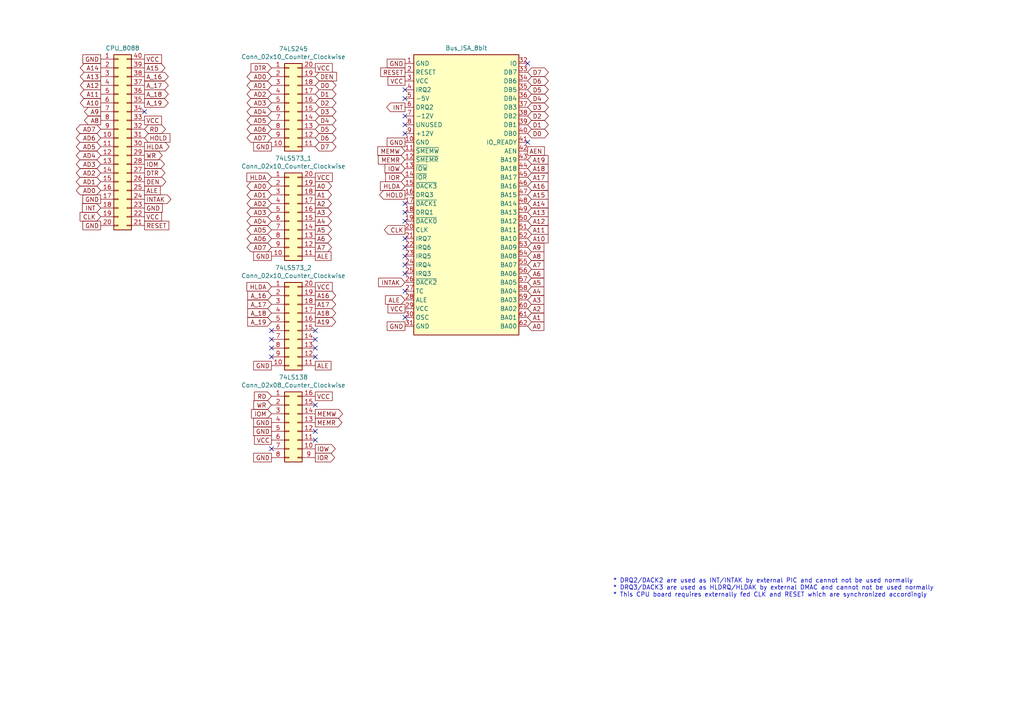
<source format=kicad_sch>
(kicad_sch (version 20211123) (generator eeschema)

  (uuid e63e39d7-6ac0-4ffd-8aa3-1841a4541b55)

  (paper "A4")

  (lib_symbols
    (symbol "Connector:Bus_ISA_8bit" (in_bom yes) (on_board yes)
      (property "Reference" "J" (id 0) (at 0 42.545 0)
        (effects (font (size 1.27 1.27)))
      )
      (property "Value" "Bus_ISA_8bit" (id 1) (at 0 -42.545 0)
        (effects (font (size 1.27 1.27)))
      )
      (property "Footprint" "" (id 2) (at 0 0 0)
        (effects (font (size 1.27 1.27)) hide)
      )
      (property "Datasheet" "https://en.wikipedia.org/wiki/Industry_Standard_Architecture" (id 3) (at 0 0 0)
        (effects (font (size 1.27 1.27)) hide)
      )
      (property "ki_keywords" "ISA" (id 4) (at 0 0 0)
        (effects (font (size 1.27 1.27)) hide)
      )
      (property "ki_description" "8-bit ISA-PC bus connector" (id 5) (at 0 0 0)
        (effects (font (size 1.27 1.27)) hide)
      )
      (symbol "Bus_ISA_8bit_0_1"
        (rectangle (start -15.24 -40.64) (end 15.24 40.64)
          (stroke (width 0.254) (type default) (color 0 0 0 0))
          (fill (type background))
        )
      )
      (symbol "Bus_ISA_8bit_1_1"
        (pin power_in line (at -17.78 38.1 0) (length 2.54)
          (name "GND" (effects (font (size 1.27 1.27))))
          (number "1" (effects (font (size 1.27 1.27))))
        )
        (pin power_in line (at -17.78 15.24 0) (length 2.54)
          (name "GND" (effects (font (size 1.27 1.27))))
          (number "10" (effects (font (size 1.27 1.27))))
        )
        (pin output line (at -17.78 12.7 0) (length 2.54)
          (name "~{SMEMW}" (effects (font (size 1.27 1.27))))
          (number "11" (effects (font (size 1.27 1.27))))
        )
        (pin output line (at -17.78 10.16 0) (length 2.54)
          (name "~{SMEMR}" (effects (font (size 1.27 1.27))))
          (number "12" (effects (font (size 1.27 1.27))))
        )
        (pin output line (at -17.78 7.62 0) (length 2.54)
          (name "~{IOW}" (effects (font (size 1.27 1.27))))
          (number "13" (effects (font (size 1.27 1.27))))
        )
        (pin output line (at -17.78 5.08 0) (length 2.54)
          (name "~{IOR}" (effects (font (size 1.27 1.27))))
          (number "14" (effects (font (size 1.27 1.27))))
        )
        (pin passive line (at -17.78 2.54 0) (length 2.54)
          (name "~{DACK3}" (effects (font (size 1.27 1.27))))
          (number "15" (effects (font (size 1.27 1.27))))
        )
        (pin passive line (at -17.78 0 0) (length 2.54)
          (name "DRQ3" (effects (font (size 1.27 1.27))))
          (number "16" (effects (font (size 1.27 1.27))))
        )
        (pin passive line (at -17.78 -2.54 0) (length 2.54)
          (name "~{DACK1}" (effects (font (size 1.27 1.27))))
          (number "17" (effects (font (size 1.27 1.27))))
        )
        (pin passive line (at -17.78 -5.08 0) (length 2.54)
          (name "DRQ1" (effects (font (size 1.27 1.27))))
          (number "18" (effects (font (size 1.27 1.27))))
        )
        (pin passive line (at -17.78 -7.62 0) (length 2.54)
          (name "~{DACK0}" (effects (font (size 1.27 1.27))))
          (number "19" (effects (font (size 1.27 1.27))))
        )
        (pin output line (at -17.78 35.56 0) (length 2.54)
          (name "RESET" (effects (font (size 1.27 1.27))))
          (number "2" (effects (font (size 1.27 1.27))))
        )
        (pin output line (at -17.78 -10.16 0) (length 2.54)
          (name "CLK" (effects (font (size 1.27 1.27))))
          (number "20" (effects (font (size 1.27 1.27))))
        )
        (pin passive line (at -17.78 -12.7 0) (length 2.54)
          (name "IRQ7" (effects (font (size 1.27 1.27))))
          (number "21" (effects (font (size 1.27 1.27))))
        )
        (pin passive line (at -17.78 -15.24 0) (length 2.54)
          (name "IRQ6" (effects (font (size 1.27 1.27))))
          (number "22" (effects (font (size 1.27 1.27))))
        )
        (pin passive line (at -17.78 -17.78 0) (length 2.54)
          (name "IRQ5" (effects (font (size 1.27 1.27))))
          (number "23" (effects (font (size 1.27 1.27))))
        )
        (pin passive line (at -17.78 -20.32 0) (length 2.54)
          (name "IRQ4" (effects (font (size 1.27 1.27))))
          (number "24" (effects (font (size 1.27 1.27))))
        )
        (pin passive line (at -17.78 -22.86 0) (length 2.54)
          (name "IRQ3" (effects (font (size 1.27 1.27))))
          (number "25" (effects (font (size 1.27 1.27))))
        )
        (pin passive line (at -17.78 -25.4 0) (length 2.54)
          (name "~{DACK2}" (effects (font (size 1.27 1.27))))
          (number "26" (effects (font (size 1.27 1.27))))
        )
        (pin passive line (at -17.78 -27.94 0) (length 2.54)
          (name "TC" (effects (font (size 1.27 1.27))))
          (number "27" (effects (font (size 1.27 1.27))))
        )
        (pin output line (at -17.78 -30.48 0) (length 2.54)
          (name "ALE" (effects (font (size 1.27 1.27))))
          (number "28" (effects (font (size 1.27 1.27))))
        )
        (pin power_in line (at -17.78 -33.02 0) (length 2.54)
          (name "VCC" (effects (font (size 1.27 1.27))))
          (number "29" (effects (font (size 1.27 1.27))))
        )
        (pin power_in line (at -17.78 33.02 0) (length 2.54)
          (name "VCC" (effects (font (size 1.27 1.27))))
          (number "3" (effects (font (size 1.27 1.27))))
        )
        (pin output line (at -17.78 -35.56 0) (length 2.54)
          (name "OSC" (effects (font (size 1.27 1.27))))
          (number "30" (effects (font (size 1.27 1.27))))
        )
        (pin power_in line (at -17.78 -38.1 0) (length 2.54)
          (name "GND" (effects (font (size 1.27 1.27))))
          (number "31" (effects (font (size 1.27 1.27))))
        )
        (pin passive line (at 17.78 38.1 180) (length 2.54)
          (name "IO" (effects (font (size 1.27 1.27))))
          (number "32" (effects (font (size 1.27 1.27))))
        )
        (pin tri_state line (at 17.78 35.56 180) (length 2.54)
          (name "DB7" (effects (font (size 1.27 1.27))))
          (number "33" (effects (font (size 1.27 1.27))))
        )
        (pin tri_state line (at 17.78 33.02 180) (length 2.54)
          (name "DB6" (effects (font (size 1.27 1.27))))
          (number "34" (effects (font (size 1.27 1.27))))
        )
        (pin tri_state line (at 17.78 30.48 180) (length 2.54)
          (name "DB5" (effects (font (size 1.27 1.27))))
          (number "35" (effects (font (size 1.27 1.27))))
        )
        (pin tri_state line (at 17.78 27.94 180) (length 2.54)
          (name "DB4" (effects (font (size 1.27 1.27))))
          (number "36" (effects (font (size 1.27 1.27))))
        )
        (pin tri_state line (at 17.78 25.4 180) (length 2.54)
          (name "DB3" (effects (font (size 1.27 1.27))))
          (number "37" (effects (font (size 1.27 1.27))))
        )
        (pin tri_state line (at 17.78 22.86 180) (length 2.54)
          (name "DB2" (effects (font (size 1.27 1.27))))
          (number "38" (effects (font (size 1.27 1.27))))
        )
        (pin tri_state line (at 17.78 20.32 180) (length 2.54)
          (name "DB1" (effects (font (size 1.27 1.27))))
          (number "39" (effects (font (size 1.27 1.27))))
        )
        (pin passive line (at -17.78 30.48 0) (length 2.54)
          (name "IRQ2" (effects (font (size 1.27 1.27))))
          (number "4" (effects (font (size 1.27 1.27))))
        )
        (pin tri_state line (at 17.78 17.78 180) (length 2.54)
          (name "DB0" (effects (font (size 1.27 1.27))))
          (number "40" (effects (font (size 1.27 1.27))))
        )
        (pin passive line (at 17.78 15.24 180) (length 2.54)
          (name "IO_READY" (effects (font (size 1.27 1.27))))
          (number "41" (effects (font (size 1.27 1.27))))
        )
        (pin output line (at 17.78 12.7 180) (length 2.54)
          (name "AEN" (effects (font (size 1.27 1.27))))
          (number "42" (effects (font (size 1.27 1.27))))
        )
        (pin tri_state line (at 17.78 10.16 180) (length 2.54)
          (name "BA19" (effects (font (size 1.27 1.27))))
          (number "43" (effects (font (size 1.27 1.27))))
        )
        (pin tri_state line (at 17.78 7.62 180) (length 2.54)
          (name "BA18" (effects (font (size 1.27 1.27))))
          (number "44" (effects (font (size 1.27 1.27))))
        )
        (pin tri_state line (at 17.78 5.08 180) (length 2.54)
          (name "BA17" (effects (font (size 1.27 1.27))))
          (number "45" (effects (font (size 1.27 1.27))))
        )
        (pin tri_state line (at 17.78 2.54 180) (length 2.54)
          (name "BA16" (effects (font (size 1.27 1.27))))
          (number "46" (effects (font (size 1.27 1.27))))
        )
        (pin tri_state line (at 17.78 0 180) (length 2.54)
          (name "BA15" (effects (font (size 1.27 1.27))))
          (number "47" (effects (font (size 1.27 1.27))))
        )
        (pin tri_state line (at 17.78 -2.54 180) (length 2.54)
          (name "BA14" (effects (font (size 1.27 1.27))))
          (number "48" (effects (font (size 1.27 1.27))))
        )
        (pin tri_state line (at 17.78 -5.08 180) (length 2.54)
          (name "BA13" (effects (font (size 1.27 1.27))))
          (number "49" (effects (font (size 1.27 1.27))))
        )
        (pin power_in line (at -17.78 27.94 0) (length 2.54)
          (name "-5V" (effects (font (size 1.27 1.27))))
          (number "5" (effects (font (size 1.27 1.27))))
        )
        (pin tri_state line (at 17.78 -7.62 180) (length 2.54)
          (name "BA12" (effects (font (size 1.27 1.27))))
          (number "50" (effects (font (size 1.27 1.27))))
        )
        (pin tri_state line (at 17.78 -10.16 180) (length 2.54)
          (name "BA11" (effects (font (size 1.27 1.27))))
          (number "51" (effects (font (size 1.27 1.27))))
        )
        (pin tri_state line (at 17.78 -12.7 180) (length 2.54)
          (name "BA10" (effects (font (size 1.27 1.27))))
          (number "52" (effects (font (size 1.27 1.27))))
        )
        (pin tri_state line (at 17.78 -15.24 180) (length 2.54)
          (name "BA09" (effects (font (size 1.27 1.27))))
          (number "53" (effects (font (size 1.27 1.27))))
        )
        (pin tri_state line (at 17.78 -17.78 180) (length 2.54)
          (name "BA08" (effects (font (size 1.27 1.27))))
          (number "54" (effects (font (size 1.27 1.27))))
        )
        (pin tri_state line (at 17.78 -20.32 180) (length 2.54)
          (name "BA07" (effects (font (size 1.27 1.27))))
          (number "55" (effects (font (size 1.27 1.27))))
        )
        (pin tri_state line (at 17.78 -22.86 180) (length 2.54)
          (name "BA06" (effects (font (size 1.27 1.27))))
          (number "56" (effects (font (size 1.27 1.27))))
        )
        (pin tri_state line (at 17.78 -25.4 180) (length 2.54)
          (name "BA05" (effects (font (size 1.27 1.27))))
          (number "57" (effects (font (size 1.27 1.27))))
        )
        (pin tri_state line (at 17.78 -27.94 180) (length 2.54)
          (name "BA04" (effects (font (size 1.27 1.27))))
          (number "58" (effects (font (size 1.27 1.27))))
        )
        (pin tri_state line (at 17.78 -30.48 180) (length 2.54)
          (name "BA03" (effects (font (size 1.27 1.27))))
          (number "59" (effects (font (size 1.27 1.27))))
        )
        (pin passive line (at -17.78 25.4 0) (length 2.54)
          (name "DRQ2" (effects (font (size 1.27 1.27))))
          (number "6" (effects (font (size 1.27 1.27))))
        )
        (pin tri_state line (at 17.78 -33.02 180) (length 2.54)
          (name "BA02" (effects (font (size 1.27 1.27))))
          (number "60" (effects (font (size 1.27 1.27))))
        )
        (pin tri_state line (at 17.78 -35.56 180) (length 2.54)
          (name "BA01" (effects (font (size 1.27 1.27))))
          (number "61" (effects (font (size 1.27 1.27))))
        )
        (pin tri_state line (at 17.78 -38.1 180) (length 2.54)
          (name "BA00" (effects (font (size 1.27 1.27))))
          (number "62" (effects (font (size 1.27 1.27))))
        )
        (pin power_in line (at -17.78 22.86 0) (length 2.54)
          (name "-12V" (effects (font (size 1.27 1.27))))
          (number "7" (effects (font (size 1.27 1.27))))
        )
        (pin passive line (at -17.78 20.32 0) (length 2.54)
          (name "UNUSED" (effects (font (size 1.27 1.27))))
          (number "8" (effects (font (size 1.27 1.27))))
        )
        (pin power_in line (at -17.78 17.78 0) (length 2.54)
          (name "+12V" (effects (font (size 1.27 1.27))))
          (number "9" (effects (font (size 1.27 1.27))))
        )
      )
    )
    (symbol "Connector_Generic:Conn_02x08_Counter_Clockwise" (pin_names (offset 1.016) hide) (in_bom yes) (on_board yes)
      (property "Reference" "J" (id 0) (at 1.27 10.16 0)
        (effects (font (size 1.27 1.27)))
      )
      (property "Value" "Conn_02x08_Counter_Clockwise" (id 1) (at 1.27 -12.7 0)
        (effects (font (size 1.27 1.27)))
      )
      (property "Footprint" "" (id 2) (at 0 0 0)
        (effects (font (size 1.27 1.27)) hide)
      )
      (property "Datasheet" "~" (id 3) (at 0 0 0)
        (effects (font (size 1.27 1.27)) hide)
      )
      (property "ki_keywords" "connector" (id 4) (at 0 0 0)
        (effects (font (size 1.27 1.27)) hide)
      )
      (property "ki_description" "Generic connector, double row, 02x08, counter clockwise pin numbering scheme (similar to DIP packge numbering), script generated (kicad-library-utils/schlib/autogen/connector/)" (id 5) (at 0 0 0)
        (effects (font (size 1.27 1.27)) hide)
      )
      (property "ki_fp_filters" "Connector*:*_2x??_*" (id 6) (at 0 0 0)
        (effects (font (size 1.27 1.27)) hide)
      )
      (symbol "Conn_02x08_Counter_Clockwise_1_1"
        (rectangle (start -1.27 -10.033) (end 0 -10.287)
          (stroke (width 0.1524) (type default) (color 0 0 0 0))
          (fill (type none))
        )
        (rectangle (start -1.27 -7.493) (end 0 -7.747)
          (stroke (width 0.1524) (type default) (color 0 0 0 0))
          (fill (type none))
        )
        (rectangle (start -1.27 -4.953) (end 0 -5.207)
          (stroke (width 0.1524) (type default) (color 0 0 0 0))
          (fill (type none))
        )
        (rectangle (start -1.27 -2.413) (end 0 -2.667)
          (stroke (width 0.1524) (type default) (color 0 0 0 0))
          (fill (type none))
        )
        (rectangle (start -1.27 0.127) (end 0 -0.127)
          (stroke (width 0.1524) (type default) (color 0 0 0 0))
          (fill (type none))
        )
        (rectangle (start -1.27 2.667) (end 0 2.413)
          (stroke (width 0.1524) (type default) (color 0 0 0 0))
          (fill (type none))
        )
        (rectangle (start -1.27 5.207) (end 0 4.953)
          (stroke (width 0.1524) (type default) (color 0 0 0 0))
          (fill (type none))
        )
        (rectangle (start -1.27 7.747) (end 0 7.493)
          (stroke (width 0.1524) (type default) (color 0 0 0 0))
          (fill (type none))
        )
        (rectangle (start -1.27 8.89) (end 3.81 -11.43)
          (stroke (width 0.254) (type default) (color 0 0 0 0))
          (fill (type background))
        )
        (rectangle (start 3.81 -10.033) (end 2.54 -10.287)
          (stroke (width 0.1524) (type default) (color 0 0 0 0))
          (fill (type none))
        )
        (rectangle (start 3.81 -7.493) (end 2.54 -7.747)
          (stroke (width 0.1524) (type default) (color 0 0 0 0))
          (fill (type none))
        )
        (rectangle (start 3.81 -4.953) (end 2.54 -5.207)
          (stroke (width 0.1524) (type default) (color 0 0 0 0))
          (fill (type none))
        )
        (rectangle (start 3.81 -2.413) (end 2.54 -2.667)
          (stroke (width 0.1524) (type default) (color 0 0 0 0))
          (fill (type none))
        )
        (rectangle (start 3.81 0.127) (end 2.54 -0.127)
          (stroke (width 0.1524) (type default) (color 0 0 0 0))
          (fill (type none))
        )
        (rectangle (start 3.81 2.667) (end 2.54 2.413)
          (stroke (width 0.1524) (type default) (color 0 0 0 0))
          (fill (type none))
        )
        (rectangle (start 3.81 5.207) (end 2.54 4.953)
          (stroke (width 0.1524) (type default) (color 0 0 0 0))
          (fill (type none))
        )
        (rectangle (start 3.81 7.747) (end 2.54 7.493)
          (stroke (width 0.1524) (type default) (color 0 0 0 0))
          (fill (type none))
        )
        (pin passive line (at -5.08 7.62 0) (length 3.81)
          (name "Pin_1" (effects (font (size 1.27 1.27))))
          (number "1" (effects (font (size 1.27 1.27))))
        )
        (pin passive line (at 7.62 -7.62 180) (length 3.81)
          (name "Pin_10" (effects (font (size 1.27 1.27))))
          (number "10" (effects (font (size 1.27 1.27))))
        )
        (pin passive line (at 7.62 -5.08 180) (length 3.81)
          (name "Pin_11" (effects (font (size 1.27 1.27))))
          (number "11" (effects (font (size 1.27 1.27))))
        )
        (pin passive line (at 7.62 -2.54 180) (length 3.81)
          (name "Pin_12" (effects (font (size 1.27 1.27))))
          (number "12" (effects (font (size 1.27 1.27))))
        )
        (pin passive line (at 7.62 0 180) (length 3.81)
          (name "Pin_13" (effects (font (size 1.27 1.27))))
          (number "13" (effects (font (size 1.27 1.27))))
        )
        (pin passive line (at 7.62 2.54 180) (length 3.81)
          (name "Pin_14" (effects (font (size 1.27 1.27))))
          (number "14" (effects (font (size 1.27 1.27))))
        )
        (pin passive line (at 7.62 5.08 180) (length 3.81)
          (name "Pin_15" (effects (font (size 1.27 1.27))))
          (number "15" (effects (font (size 1.27 1.27))))
        )
        (pin passive line (at 7.62 7.62 180) (length 3.81)
          (name "Pin_16" (effects (font (size 1.27 1.27))))
          (number "16" (effects (font (size 1.27 1.27))))
        )
        (pin passive line (at -5.08 5.08 0) (length 3.81)
          (name "Pin_2" (effects (font (size 1.27 1.27))))
          (number "2" (effects (font (size 1.27 1.27))))
        )
        (pin passive line (at -5.08 2.54 0) (length 3.81)
          (name "Pin_3" (effects (font (size 1.27 1.27))))
          (number "3" (effects (font (size 1.27 1.27))))
        )
        (pin passive line (at -5.08 0 0) (length 3.81)
          (name "Pin_4" (effects (font (size 1.27 1.27))))
          (number "4" (effects (font (size 1.27 1.27))))
        )
        (pin passive line (at -5.08 -2.54 0) (length 3.81)
          (name "Pin_5" (effects (font (size 1.27 1.27))))
          (number "5" (effects (font (size 1.27 1.27))))
        )
        (pin passive line (at -5.08 -5.08 0) (length 3.81)
          (name "Pin_6" (effects (font (size 1.27 1.27))))
          (number "6" (effects (font (size 1.27 1.27))))
        )
        (pin passive line (at -5.08 -7.62 0) (length 3.81)
          (name "Pin_7" (effects (font (size 1.27 1.27))))
          (number "7" (effects (font (size 1.27 1.27))))
        )
        (pin passive line (at -5.08 -10.16 0) (length 3.81)
          (name "Pin_8" (effects (font (size 1.27 1.27))))
          (number "8" (effects (font (size 1.27 1.27))))
        )
        (pin passive line (at 7.62 -10.16 180) (length 3.81)
          (name "Pin_9" (effects (font (size 1.27 1.27))))
          (number "9" (effects (font (size 1.27 1.27))))
        )
      )
    )
    (symbol "Connector_Generic:Conn_02x10_Counter_Clockwise" (pin_names (offset 1.016) hide) (in_bom yes) (on_board yes)
      (property "Reference" "J" (id 0) (at 1.27 12.7 0)
        (effects (font (size 1.27 1.27)))
      )
      (property "Value" "Conn_02x10_Counter_Clockwise" (id 1) (at 1.27 -15.24 0)
        (effects (font (size 1.27 1.27)))
      )
      (property "Footprint" "" (id 2) (at 0 0 0)
        (effects (font (size 1.27 1.27)) hide)
      )
      (property "Datasheet" "~" (id 3) (at 0 0 0)
        (effects (font (size 1.27 1.27)) hide)
      )
      (property "ki_keywords" "connector" (id 4) (at 0 0 0)
        (effects (font (size 1.27 1.27)) hide)
      )
      (property "ki_description" "Generic connector, double row, 02x10, counter clockwise pin numbering scheme (similar to DIP packge numbering), script generated (kicad-library-utils/schlib/autogen/connector/)" (id 5) (at 0 0 0)
        (effects (font (size 1.27 1.27)) hide)
      )
      (property "ki_fp_filters" "Connector*:*_2x??_*" (id 6) (at 0 0 0)
        (effects (font (size 1.27 1.27)) hide)
      )
      (symbol "Conn_02x10_Counter_Clockwise_1_1"
        (rectangle (start -1.27 -12.573) (end 0 -12.827)
          (stroke (width 0.1524) (type default) (color 0 0 0 0))
          (fill (type none))
        )
        (rectangle (start -1.27 -10.033) (end 0 -10.287)
          (stroke (width 0.1524) (type default) (color 0 0 0 0))
          (fill (type none))
        )
        (rectangle (start -1.27 -7.493) (end 0 -7.747)
          (stroke (width 0.1524) (type default) (color 0 0 0 0))
          (fill (type none))
        )
        (rectangle (start -1.27 -4.953) (end 0 -5.207)
          (stroke (width 0.1524) (type default) (color 0 0 0 0))
          (fill (type none))
        )
        (rectangle (start -1.27 -2.413) (end 0 -2.667)
          (stroke (width 0.1524) (type default) (color 0 0 0 0))
          (fill (type none))
        )
        (rectangle (start -1.27 0.127) (end 0 -0.127)
          (stroke (width 0.1524) (type default) (color 0 0 0 0))
          (fill (type none))
        )
        (rectangle (start -1.27 2.667) (end 0 2.413)
          (stroke (width 0.1524) (type default) (color 0 0 0 0))
          (fill (type none))
        )
        (rectangle (start -1.27 5.207) (end 0 4.953)
          (stroke (width 0.1524) (type default) (color 0 0 0 0))
          (fill (type none))
        )
        (rectangle (start -1.27 7.747) (end 0 7.493)
          (stroke (width 0.1524) (type default) (color 0 0 0 0))
          (fill (type none))
        )
        (rectangle (start -1.27 10.287) (end 0 10.033)
          (stroke (width 0.1524) (type default) (color 0 0 0 0))
          (fill (type none))
        )
        (rectangle (start -1.27 11.43) (end 3.81 -13.97)
          (stroke (width 0.254) (type default) (color 0 0 0 0))
          (fill (type background))
        )
        (rectangle (start 3.81 -12.573) (end 2.54 -12.827)
          (stroke (width 0.1524) (type default) (color 0 0 0 0))
          (fill (type none))
        )
        (rectangle (start 3.81 -10.033) (end 2.54 -10.287)
          (stroke (width 0.1524) (type default) (color 0 0 0 0))
          (fill (type none))
        )
        (rectangle (start 3.81 -7.493) (end 2.54 -7.747)
          (stroke (width 0.1524) (type default) (color 0 0 0 0))
          (fill (type none))
        )
        (rectangle (start 3.81 -4.953) (end 2.54 -5.207)
          (stroke (width 0.1524) (type default) (color 0 0 0 0))
          (fill (type none))
        )
        (rectangle (start 3.81 -2.413) (end 2.54 -2.667)
          (stroke (width 0.1524) (type default) (color 0 0 0 0))
          (fill (type none))
        )
        (rectangle (start 3.81 0.127) (end 2.54 -0.127)
          (stroke (width 0.1524) (type default) (color 0 0 0 0))
          (fill (type none))
        )
        (rectangle (start 3.81 2.667) (end 2.54 2.413)
          (stroke (width 0.1524) (type default) (color 0 0 0 0))
          (fill (type none))
        )
        (rectangle (start 3.81 5.207) (end 2.54 4.953)
          (stroke (width 0.1524) (type default) (color 0 0 0 0))
          (fill (type none))
        )
        (rectangle (start 3.81 7.747) (end 2.54 7.493)
          (stroke (width 0.1524) (type default) (color 0 0 0 0))
          (fill (type none))
        )
        (rectangle (start 3.81 10.287) (end 2.54 10.033)
          (stroke (width 0.1524) (type default) (color 0 0 0 0))
          (fill (type none))
        )
        (pin passive line (at -5.08 10.16 0) (length 3.81)
          (name "Pin_1" (effects (font (size 1.27 1.27))))
          (number "1" (effects (font (size 1.27 1.27))))
        )
        (pin passive line (at -5.08 -12.7 0) (length 3.81)
          (name "Pin_10" (effects (font (size 1.27 1.27))))
          (number "10" (effects (font (size 1.27 1.27))))
        )
        (pin passive line (at 7.62 -12.7 180) (length 3.81)
          (name "Pin_11" (effects (font (size 1.27 1.27))))
          (number "11" (effects (font (size 1.27 1.27))))
        )
        (pin passive line (at 7.62 -10.16 180) (length 3.81)
          (name "Pin_12" (effects (font (size 1.27 1.27))))
          (number "12" (effects (font (size 1.27 1.27))))
        )
        (pin passive line (at 7.62 -7.62 180) (length 3.81)
          (name "Pin_13" (effects (font (size 1.27 1.27))))
          (number "13" (effects (font (size 1.27 1.27))))
        )
        (pin passive line (at 7.62 -5.08 180) (length 3.81)
          (name "Pin_14" (effects (font (size 1.27 1.27))))
          (number "14" (effects (font (size 1.27 1.27))))
        )
        (pin passive line (at 7.62 -2.54 180) (length 3.81)
          (name "Pin_15" (effects (font (size 1.27 1.27))))
          (number "15" (effects (font (size 1.27 1.27))))
        )
        (pin passive line (at 7.62 0 180) (length 3.81)
          (name "Pin_16" (effects (font (size 1.27 1.27))))
          (number "16" (effects (font (size 1.27 1.27))))
        )
        (pin passive line (at 7.62 2.54 180) (length 3.81)
          (name "Pin_17" (effects (font (size 1.27 1.27))))
          (number "17" (effects (font (size 1.27 1.27))))
        )
        (pin passive line (at 7.62 5.08 180) (length 3.81)
          (name "Pin_18" (effects (font (size 1.27 1.27))))
          (number "18" (effects (font (size 1.27 1.27))))
        )
        (pin passive line (at 7.62 7.62 180) (length 3.81)
          (name "Pin_19" (effects (font (size 1.27 1.27))))
          (number "19" (effects (font (size 1.27 1.27))))
        )
        (pin passive line (at -5.08 7.62 0) (length 3.81)
          (name "Pin_2" (effects (font (size 1.27 1.27))))
          (number "2" (effects (font (size 1.27 1.27))))
        )
        (pin passive line (at 7.62 10.16 180) (length 3.81)
          (name "Pin_20" (effects (font (size 1.27 1.27))))
          (number "20" (effects (font (size 1.27 1.27))))
        )
        (pin passive line (at -5.08 5.08 0) (length 3.81)
          (name "Pin_3" (effects (font (size 1.27 1.27))))
          (number "3" (effects (font (size 1.27 1.27))))
        )
        (pin passive line (at -5.08 2.54 0) (length 3.81)
          (name "Pin_4" (effects (font (size 1.27 1.27))))
          (number "4" (effects (font (size 1.27 1.27))))
        )
        (pin passive line (at -5.08 0 0) (length 3.81)
          (name "Pin_5" (effects (font (size 1.27 1.27))))
          (number "5" (effects (font (size 1.27 1.27))))
        )
        (pin passive line (at -5.08 -2.54 0) (length 3.81)
          (name "Pin_6" (effects (font (size 1.27 1.27))))
          (number "6" (effects (font (size 1.27 1.27))))
        )
        (pin passive line (at -5.08 -5.08 0) (length 3.81)
          (name "Pin_7" (effects (font (size 1.27 1.27))))
          (number "7" (effects (font (size 1.27 1.27))))
        )
        (pin passive line (at -5.08 -7.62 0) (length 3.81)
          (name "Pin_8" (effects (font (size 1.27 1.27))))
          (number "8" (effects (font (size 1.27 1.27))))
        )
        (pin passive line (at -5.08 -10.16 0) (length 3.81)
          (name "Pin_9" (effects (font (size 1.27 1.27))))
          (number "9" (effects (font (size 1.27 1.27))))
        )
      )
    )
    (symbol "Connector_Generic:Conn_02x20_Counter_Clockwise" (pin_names (offset 1.016) hide) (in_bom yes) (on_board yes)
      (property "Reference" "J" (id 0) (at 1.27 25.4 0)
        (effects (font (size 1.27 1.27)))
      )
      (property "Value" "Conn_02x20_Counter_Clockwise" (id 1) (at 1.27 -27.94 0)
        (effects (font (size 1.27 1.27)))
      )
      (property "Footprint" "" (id 2) (at 0 0 0)
        (effects (font (size 1.27 1.27)) hide)
      )
      (property "Datasheet" "~" (id 3) (at 0 0 0)
        (effects (font (size 1.27 1.27)) hide)
      )
      (property "ki_keywords" "connector" (id 4) (at 0 0 0)
        (effects (font (size 1.27 1.27)) hide)
      )
      (property "ki_description" "Generic connector, double row, 02x20, counter clockwise pin numbering scheme (similar to DIP packge numbering), script generated (kicad-library-utils/schlib/autogen/connector/)" (id 5) (at 0 0 0)
        (effects (font (size 1.27 1.27)) hide)
      )
      (property "ki_fp_filters" "Connector*:*_2x??_*" (id 6) (at 0 0 0)
        (effects (font (size 1.27 1.27)) hide)
      )
      (symbol "Conn_02x20_Counter_Clockwise_1_1"
        (rectangle (start -1.27 -25.273) (end 0 -25.527)
          (stroke (width 0.1524) (type default) (color 0 0 0 0))
          (fill (type none))
        )
        (rectangle (start -1.27 -22.733) (end 0 -22.987)
          (stroke (width 0.1524) (type default) (color 0 0 0 0))
          (fill (type none))
        )
        (rectangle (start -1.27 -20.193) (end 0 -20.447)
          (stroke (width 0.1524) (type default) (color 0 0 0 0))
          (fill (type none))
        )
        (rectangle (start -1.27 -17.653) (end 0 -17.907)
          (stroke (width 0.1524) (type default) (color 0 0 0 0))
          (fill (type none))
        )
        (rectangle (start -1.27 -15.113) (end 0 -15.367)
          (stroke (width 0.1524) (type default) (color 0 0 0 0))
          (fill (type none))
        )
        (rectangle (start -1.27 -12.573) (end 0 -12.827)
          (stroke (width 0.1524) (type default) (color 0 0 0 0))
          (fill (type none))
        )
        (rectangle (start -1.27 -10.033) (end 0 -10.287)
          (stroke (width 0.1524) (type default) (color 0 0 0 0))
          (fill (type none))
        )
        (rectangle (start -1.27 -7.493) (end 0 -7.747)
          (stroke (width 0.1524) (type default) (color 0 0 0 0))
          (fill (type none))
        )
        (rectangle (start -1.27 -4.953) (end 0 -5.207)
          (stroke (width 0.1524) (type default) (color 0 0 0 0))
          (fill (type none))
        )
        (rectangle (start -1.27 -2.413) (end 0 -2.667)
          (stroke (width 0.1524) (type default) (color 0 0 0 0))
          (fill (type none))
        )
        (rectangle (start -1.27 0.127) (end 0 -0.127)
          (stroke (width 0.1524) (type default) (color 0 0 0 0))
          (fill (type none))
        )
        (rectangle (start -1.27 2.667) (end 0 2.413)
          (stroke (width 0.1524) (type default) (color 0 0 0 0))
          (fill (type none))
        )
        (rectangle (start -1.27 5.207) (end 0 4.953)
          (stroke (width 0.1524) (type default) (color 0 0 0 0))
          (fill (type none))
        )
        (rectangle (start -1.27 7.747) (end 0 7.493)
          (stroke (width 0.1524) (type default) (color 0 0 0 0))
          (fill (type none))
        )
        (rectangle (start -1.27 10.287) (end 0 10.033)
          (stroke (width 0.1524) (type default) (color 0 0 0 0))
          (fill (type none))
        )
        (rectangle (start -1.27 12.827) (end 0 12.573)
          (stroke (width 0.1524) (type default) (color 0 0 0 0))
          (fill (type none))
        )
        (rectangle (start -1.27 15.367) (end 0 15.113)
          (stroke (width 0.1524) (type default) (color 0 0 0 0))
          (fill (type none))
        )
        (rectangle (start -1.27 17.907) (end 0 17.653)
          (stroke (width 0.1524) (type default) (color 0 0 0 0))
          (fill (type none))
        )
        (rectangle (start -1.27 20.447) (end 0 20.193)
          (stroke (width 0.1524) (type default) (color 0 0 0 0))
          (fill (type none))
        )
        (rectangle (start -1.27 22.987) (end 0 22.733)
          (stroke (width 0.1524) (type default) (color 0 0 0 0))
          (fill (type none))
        )
        (rectangle (start -1.27 24.13) (end 3.81 -26.67)
          (stroke (width 0.254) (type default) (color 0 0 0 0))
          (fill (type background))
        )
        (rectangle (start 3.81 -25.273) (end 2.54 -25.527)
          (stroke (width 0.1524) (type default) (color 0 0 0 0))
          (fill (type none))
        )
        (rectangle (start 3.81 -22.733) (end 2.54 -22.987)
          (stroke (width 0.1524) (type default) (color 0 0 0 0))
          (fill (type none))
        )
        (rectangle (start 3.81 -20.193) (end 2.54 -20.447)
          (stroke (width 0.1524) (type default) (color 0 0 0 0))
          (fill (type none))
        )
        (rectangle (start 3.81 -17.653) (end 2.54 -17.907)
          (stroke (width 0.1524) (type default) (color 0 0 0 0))
          (fill (type none))
        )
        (rectangle (start 3.81 -15.113) (end 2.54 -15.367)
          (stroke (width 0.1524) (type default) (color 0 0 0 0))
          (fill (type none))
        )
        (rectangle (start 3.81 -12.573) (end 2.54 -12.827)
          (stroke (width 0.1524) (type default) (color 0 0 0 0))
          (fill (type none))
        )
        (rectangle (start 3.81 -10.033) (end 2.54 -10.287)
          (stroke (width 0.1524) (type default) (color 0 0 0 0))
          (fill (type none))
        )
        (rectangle (start 3.81 -7.493) (end 2.54 -7.747)
          (stroke (width 0.1524) (type default) (color 0 0 0 0))
          (fill (type none))
        )
        (rectangle (start 3.81 -4.953) (end 2.54 -5.207)
          (stroke (width 0.1524) (type default) (color 0 0 0 0))
          (fill (type none))
        )
        (rectangle (start 3.81 -2.413) (end 2.54 -2.667)
          (stroke (width 0.1524) (type default) (color 0 0 0 0))
          (fill (type none))
        )
        (rectangle (start 3.81 0.127) (end 2.54 -0.127)
          (stroke (width 0.1524) (type default) (color 0 0 0 0))
          (fill (type none))
        )
        (rectangle (start 3.81 2.667) (end 2.54 2.413)
          (stroke (width 0.1524) (type default) (color 0 0 0 0))
          (fill (type none))
        )
        (rectangle (start 3.81 5.207) (end 2.54 4.953)
          (stroke (width 0.1524) (type default) (color 0 0 0 0))
          (fill (type none))
        )
        (rectangle (start 3.81 7.747) (end 2.54 7.493)
          (stroke (width 0.1524) (type default) (color 0 0 0 0))
          (fill (type none))
        )
        (rectangle (start 3.81 10.287) (end 2.54 10.033)
          (stroke (width 0.1524) (type default) (color 0 0 0 0))
          (fill (type none))
        )
        (rectangle (start 3.81 12.827) (end 2.54 12.573)
          (stroke (width 0.1524) (type default) (color 0 0 0 0))
          (fill (type none))
        )
        (rectangle (start 3.81 15.367) (end 2.54 15.113)
          (stroke (width 0.1524) (type default) (color 0 0 0 0))
          (fill (type none))
        )
        (rectangle (start 3.81 17.907) (end 2.54 17.653)
          (stroke (width 0.1524) (type default) (color 0 0 0 0))
          (fill (type none))
        )
        (rectangle (start 3.81 20.447) (end 2.54 20.193)
          (stroke (width 0.1524) (type default) (color 0 0 0 0))
          (fill (type none))
        )
        (rectangle (start 3.81 22.987) (end 2.54 22.733)
          (stroke (width 0.1524) (type default) (color 0 0 0 0))
          (fill (type none))
        )
        (pin passive line (at -5.08 22.86 0) (length 3.81)
          (name "Pin_1" (effects (font (size 1.27 1.27))))
          (number "1" (effects (font (size 1.27 1.27))))
        )
        (pin passive line (at -5.08 0 0) (length 3.81)
          (name "Pin_10" (effects (font (size 1.27 1.27))))
          (number "10" (effects (font (size 1.27 1.27))))
        )
        (pin passive line (at -5.08 -2.54 0) (length 3.81)
          (name "Pin_11" (effects (font (size 1.27 1.27))))
          (number "11" (effects (font (size 1.27 1.27))))
        )
        (pin passive line (at -5.08 -5.08 0) (length 3.81)
          (name "Pin_12" (effects (font (size 1.27 1.27))))
          (number "12" (effects (font (size 1.27 1.27))))
        )
        (pin passive line (at -5.08 -7.62 0) (length 3.81)
          (name "Pin_13" (effects (font (size 1.27 1.27))))
          (number "13" (effects (font (size 1.27 1.27))))
        )
        (pin passive line (at -5.08 -10.16 0) (length 3.81)
          (name "Pin_14" (effects (font (size 1.27 1.27))))
          (number "14" (effects (font (size 1.27 1.27))))
        )
        (pin passive line (at -5.08 -12.7 0) (length 3.81)
          (name "Pin_15" (effects (font (size 1.27 1.27))))
          (number "15" (effects (font (size 1.27 1.27))))
        )
        (pin passive line (at -5.08 -15.24 0) (length 3.81)
          (name "Pin_16" (effects (font (size 1.27 1.27))))
          (number "16" (effects (font (size 1.27 1.27))))
        )
        (pin passive line (at -5.08 -17.78 0) (length 3.81)
          (name "Pin_17" (effects (font (size 1.27 1.27))))
          (number "17" (effects (font (size 1.27 1.27))))
        )
        (pin passive line (at -5.08 -20.32 0) (length 3.81)
          (name "Pin_18" (effects (font (size 1.27 1.27))))
          (number "18" (effects (font (size 1.27 1.27))))
        )
        (pin passive line (at -5.08 -22.86 0) (length 3.81)
          (name "Pin_19" (effects (font (size 1.27 1.27))))
          (number "19" (effects (font (size 1.27 1.27))))
        )
        (pin passive line (at -5.08 20.32 0) (length 3.81)
          (name "Pin_2" (effects (font (size 1.27 1.27))))
          (number "2" (effects (font (size 1.27 1.27))))
        )
        (pin passive line (at -5.08 -25.4 0) (length 3.81)
          (name "Pin_20" (effects (font (size 1.27 1.27))))
          (number "20" (effects (font (size 1.27 1.27))))
        )
        (pin passive line (at 7.62 -25.4 180) (length 3.81)
          (name "Pin_21" (effects (font (size 1.27 1.27))))
          (number "21" (effects (font (size 1.27 1.27))))
        )
        (pin passive line (at 7.62 -22.86 180) (length 3.81)
          (name "Pin_22" (effects (font (size 1.27 1.27))))
          (number "22" (effects (font (size 1.27 1.27))))
        )
        (pin passive line (at 7.62 -20.32 180) (length 3.81)
          (name "Pin_23" (effects (font (size 1.27 1.27))))
          (number "23" (effects (font (size 1.27 1.27))))
        )
        (pin passive line (at 7.62 -17.78 180) (length 3.81)
          (name "Pin_24" (effects (font (size 1.27 1.27))))
          (number "24" (effects (font (size 1.27 1.27))))
        )
        (pin passive line (at 7.62 -15.24 180) (length 3.81)
          (name "Pin_25" (effects (font (size 1.27 1.27))))
          (number "25" (effects (font (size 1.27 1.27))))
        )
        (pin passive line (at 7.62 -12.7 180) (length 3.81)
          (name "Pin_26" (effects (font (size 1.27 1.27))))
          (number "26" (effects (font (size 1.27 1.27))))
        )
        (pin passive line (at 7.62 -10.16 180) (length 3.81)
          (name "Pin_27" (effects (font (size 1.27 1.27))))
          (number "27" (effects (font (size 1.27 1.27))))
        )
        (pin passive line (at 7.62 -7.62 180) (length 3.81)
          (name "Pin_28" (effects (font (size 1.27 1.27))))
          (number "28" (effects (font (size 1.27 1.27))))
        )
        (pin passive line (at 7.62 -5.08 180) (length 3.81)
          (name "Pin_29" (effects (font (size 1.27 1.27))))
          (number "29" (effects (font (size 1.27 1.27))))
        )
        (pin passive line (at -5.08 17.78 0) (length 3.81)
          (name "Pin_3" (effects (font (size 1.27 1.27))))
          (number "3" (effects (font (size 1.27 1.27))))
        )
        (pin passive line (at 7.62 -2.54 180) (length 3.81)
          (name "Pin_30" (effects (font (size 1.27 1.27))))
          (number "30" (effects (font (size 1.27 1.27))))
        )
        (pin passive line (at 7.62 0 180) (length 3.81)
          (name "Pin_31" (effects (font (size 1.27 1.27))))
          (number "31" (effects (font (size 1.27 1.27))))
        )
        (pin passive line (at 7.62 2.54 180) (length 3.81)
          (name "Pin_32" (effects (font (size 1.27 1.27))))
          (number "32" (effects (font (size 1.27 1.27))))
        )
        (pin passive line (at 7.62 5.08 180) (length 3.81)
          (name "Pin_33" (effects (font (size 1.27 1.27))))
          (number "33" (effects (font (size 1.27 1.27))))
        )
        (pin passive line (at 7.62 7.62 180) (length 3.81)
          (name "Pin_34" (effects (font (size 1.27 1.27))))
          (number "34" (effects (font (size 1.27 1.27))))
        )
        (pin passive line (at 7.62 10.16 180) (length 3.81)
          (name "Pin_35" (effects (font (size 1.27 1.27))))
          (number "35" (effects (font (size 1.27 1.27))))
        )
        (pin passive line (at 7.62 12.7 180) (length 3.81)
          (name "Pin_36" (effects (font (size 1.27 1.27))))
          (number "36" (effects (font (size 1.27 1.27))))
        )
        (pin passive line (at 7.62 15.24 180) (length 3.81)
          (name "Pin_37" (effects (font (size 1.27 1.27))))
          (number "37" (effects (font (size 1.27 1.27))))
        )
        (pin passive line (at 7.62 17.78 180) (length 3.81)
          (name "Pin_38" (effects (font (size 1.27 1.27))))
          (number "38" (effects (font (size 1.27 1.27))))
        )
        (pin passive line (at 7.62 20.32 180) (length 3.81)
          (name "Pin_39" (effects (font (size 1.27 1.27))))
          (number "39" (effects (font (size 1.27 1.27))))
        )
        (pin passive line (at -5.08 15.24 0) (length 3.81)
          (name "Pin_4" (effects (font (size 1.27 1.27))))
          (number "4" (effects (font (size 1.27 1.27))))
        )
        (pin passive line (at 7.62 22.86 180) (length 3.81)
          (name "Pin_40" (effects (font (size 1.27 1.27))))
          (number "40" (effects (font (size 1.27 1.27))))
        )
        (pin passive line (at -5.08 12.7 0) (length 3.81)
          (name "Pin_5" (effects (font (size 1.27 1.27))))
          (number "5" (effects (font (size 1.27 1.27))))
        )
        (pin passive line (at -5.08 10.16 0) (length 3.81)
          (name "Pin_6" (effects (font (size 1.27 1.27))))
          (number "6" (effects (font (size 1.27 1.27))))
        )
        (pin passive line (at -5.08 7.62 0) (length 3.81)
          (name "Pin_7" (effects (font (size 1.27 1.27))))
          (number "7" (effects (font (size 1.27 1.27))))
        )
        (pin passive line (at -5.08 5.08 0) (length 3.81)
          (name "Pin_8" (effects (font (size 1.27 1.27))))
          (number "8" (effects (font (size 1.27 1.27))))
        )
        (pin passive line (at -5.08 2.54 0) (length 3.81)
          (name "Pin_9" (effects (font (size 1.27 1.27))))
          (number "9" (effects (font (size 1.27 1.27))))
        )
      )
    )
  )


  (no_connect (at 117.475 69.215) (uuid 22e8adfd-f463-4836-99f0-c98388c7ac27))
  (no_connect (at 117.475 84.455) (uuid 22e8adfd-f463-4836-99f0-c98388c7ac28))
  (no_connect (at 117.475 79.375) (uuid 22e8adfd-f463-4836-99f0-c98388c7ac29))
  (no_connect (at 117.475 76.835) (uuid 22e8adfd-f463-4836-99f0-c98388c7ac2a))
  (no_connect (at 117.475 74.295) (uuid 22e8adfd-f463-4836-99f0-c98388c7ac2b))
  (no_connect (at 117.475 71.755) (uuid 22e8adfd-f463-4836-99f0-c98388c7ac2c))
  (no_connect (at 78.74 103.505) (uuid 22e8adfd-f463-4836-99f0-c98388c7ac2d))
  (no_connect (at 91.44 103.505) (uuid 22e8adfd-f463-4836-99f0-c98388c7ac2e))
  (no_connect (at 91.44 100.965) (uuid 22e8adfd-f463-4836-99f0-c98388c7ac2f))
  (no_connect (at 91.44 98.425) (uuid 22e8adfd-f463-4836-99f0-c98388c7ac30))
  (no_connect (at 78.74 95.885) (uuid 22e8adfd-f463-4836-99f0-c98388c7ac31))
  (no_connect (at 78.74 98.425) (uuid 22e8adfd-f463-4836-99f0-c98388c7ac32))
  (no_connect (at 78.74 100.965) (uuid 22e8adfd-f463-4836-99f0-c98388c7ac33))
  (no_connect (at 91.44 95.885) (uuid 22e8adfd-f463-4836-99f0-c98388c7ac34))
  (no_connect (at 117.475 26.035) (uuid b60405ea-e732-4014-8753-26bd0c1b2952))
  (no_connect (at 91.44 117.475) (uuid c93d017d-8c7c-4c9d-8f59-0e3af035686e))
  (no_connect (at 91.44 125.095) (uuid c93d017d-8c7c-4c9d-8f59-0e3af035686f))
  (no_connect (at 91.44 127.635) (uuid c93d017d-8c7c-4c9d-8f59-0e3af0356870))
  (no_connect (at 78.74 130.175) (uuid c93d017d-8c7c-4c9d-8f59-0e3af0356871))
  (no_connect (at 117.475 28.575) (uuid d282ef67-18ab-4c3f-8989-1483c2ba5c05))
  (no_connect (at 117.475 36.195) (uuid d282ef67-18ab-4c3f-8989-1483c2ba5c06))
  (no_connect (at 117.475 38.735) (uuid d282ef67-18ab-4c3f-8989-1483c2ba5c07))
  (no_connect (at 117.475 59.055) (uuid d282ef67-18ab-4c3f-8989-1483c2ba5c08))
  (no_connect (at 117.475 61.595) (uuid d282ef67-18ab-4c3f-8989-1483c2ba5c09))
  (no_connect (at 117.475 64.135) (uuid d282ef67-18ab-4c3f-8989-1483c2ba5c0a))
  (no_connect (at 117.475 33.655) (uuid d282ef67-18ab-4c3f-8989-1483c2ba5c0b))
  (no_connect (at 153.035 18.415) (uuid d282ef67-18ab-4c3f-8989-1483c2ba5c0c))
  (no_connect (at 153.035 41.275) (uuid d282ef67-18ab-4c3f-8989-1483c2ba5c0d))
  (no_connect (at 41.91 32.385) (uuid d282ef67-18ab-4c3f-8989-1483c2ba5c0e))
  (no_connect (at 117.475 92.075) (uuid eb94e7a9-36bd-4945-b9b1-ab4c2cd3296b))

  (text "* DRQ2/DACK2 are used as INT/INTAK by external PIC and cannot not be used normally\n* DRQ3/DACK3 are used as HLDRQ/HLDAK by external DMAC and cannot not be used normally\n* This CPU board requires externally fed CLK and RESET which are synchronized accordingly"
    (at 177.8 173.355 0)
    (effects (font (size 1.27 1.27)) (justify left bottom))
    (uuid 6d26d68f-1ca7-4ff3-b058-272f1c399047)
  )

  (global_label "IOM" (shape input) (at 78.74 120.015 180) (fields_autoplaced)
    (effects (font (size 1.27 1.27)) (justify right))
    (uuid 003c2200-0632-4808-a662-8ddd5d30c768)
    (property "Intersheet References" "${INTERSHEET_REFS}" (id 0) (at 0 0 0)
      (effects (font (size 1.27 1.27)) hide)
    )
  )
  (global_label "VCC" (shape passive) (at 91.44 51.435 0) (fields_autoplaced)
    (effects (font (size 1.27 1.27)) (justify left))
    (uuid 0b21a65d-d20b-411e-920a-75c343ac5136)
    (property "Intersheet References" "${INTERSHEET_REFS}" (id 0) (at 0 0 0)
      (effects (font (size 1.27 1.27)) hide)
    )
  )
  (global_label "GND" (shape passive) (at 29.21 17.145 180) (fields_autoplaced)
    (effects (font (size 1.27 1.27)) (justify right))
    (uuid 0d0bb7b2-a6e5-46d2-9492-a1aa6e5a7b2f)
    (property "Intersheet References" "${INTERSHEET_REFS}" (id 0) (at 0 0 0)
      (effects (font (size 1.27 1.27)) hide)
    )
  )
  (global_label "GND" (shape passive) (at 78.74 74.295 180) (fields_autoplaced)
    (effects (font (size 1.27 1.27)) (justify right))
    (uuid 0f22151c-f260-4674-b486-4710a2c42a55)
    (property "Intersheet References" "${INTERSHEET_REFS}" (id 0) (at 0 0 0)
      (effects (font (size 1.27 1.27)) hide)
    )
  )
  (global_label "A2" (shape input) (at 153.035 89.535 0) (fields_autoplaced)
    (effects (font (size 1.27 1.27)) (justify left))
    (uuid 0f3c9e3a-9c59-4881-b27a-d0e982b3ea8e)
    (property "Intersheet References" "${INTERSHEET_REFS}" (id 0) (at 0 0 0)
      (effects (font (size 1.27 1.27)) hide)
    )
  )
  (global_label "A12" (shape output) (at 29.21 24.765 180) (fields_autoplaced)
    (effects (font (size 1.27 1.27)) (justify right))
    (uuid 13475e15-f37c-4de8-857e-1722b0c39513)
    (property "Intersheet References" "${INTERSHEET_REFS}" (id 0) (at 0 0 0)
      (effects (font (size 1.27 1.27)) hide)
    )
  )
  (global_label "DTR" (shape output) (at 41.91 50.165 0) (fields_autoplaced)
    (effects (font (size 1.27 1.27)) (justify left))
    (uuid 13abf99d-5265-4779-8973-e94370fd18ff)
    (property "Intersheet References" "${INTERSHEET_REFS}" (id 0) (at 0 0 0)
      (effects (font (size 1.27 1.27)) hide)
    )
  )
  (global_label "HLDA" (shape input) (at 78.74 51.435 180) (fields_autoplaced)
    (effects (font (size 1.27 1.27)) (justify right))
    (uuid 182b2d54-931d-49d6-9f39-60a752623e36)
    (property "Intersheet References" "${INTERSHEET_REFS}" (id 0) (at 0 0 0)
      (effects (font (size 1.27 1.27)) hide)
    )
  )
  (global_label "A9" (shape output) (at 29.21 32.385 180) (fields_autoplaced)
    (effects (font (size 1.27 1.27)) (justify right))
    (uuid 1a2f72d1-0b36-4610-afc4-4ad1660d5d3b)
    (property "Intersheet References" "${INTERSHEET_REFS}" (id 0) (at 0 0 0)
      (effects (font (size 1.27 1.27)) hide)
    )
  )
  (global_label "CLK" (shape input) (at 29.21 62.865 180) (fields_autoplaced)
    (effects (font (size 1.27 1.27)) (justify right))
    (uuid 1b54105e-6590-4d26-a763-ecfcf81eedc4)
    (property "Intersheet References" "${INTERSHEET_REFS}" (id 0) (at 0 0 0)
      (effects (font (size 1.27 1.27)) hide)
    )
  )
  (global_label "A1" (shape output) (at 91.44 56.515 0) (fields_autoplaced)
    (effects (font (size 1.27 1.27)) (justify left))
    (uuid 1bf544e3-5940-4576-9291-2464e95c0ee2)
    (property "Intersheet References" "${INTERSHEET_REFS}" (id 0) (at 0 0 0)
      (effects (font (size 1.27 1.27)) hide)
    )
  )
  (global_label "VCC" (shape passive) (at 78.74 127.635 180) (fields_autoplaced)
    (effects (font (size 1.27 1.27)) (justify right))
    (uuid 1d9cdadc-9036-4a95-b6db-fa7b3b74c869)
    (property "Intersheet References" "${INTERSHEET_REFS}" (id 0) (at 0 0 0)
      (effects (font (size 1.27 1.27)) hide)
    )
  )
  (global_label "DTR" (shape input) (at 78.74 19.685 180) (fields_autoplaced)
    (effects (font (size 1.27 1.27)) (justify right))
    (uuid 1e1b062d-fad0-427c-a622-c5b8a80b5268)
    (property "Intersheet References" "${INTERSHEET_REFS}" (id 0) (at 0 0 0)
      (effects (font (size 1.27 1.27)) hide)
    )
  )
  (global_label "HLDA" (shape output) (at 41.91 42.545 0) (fields_autoplaced)
    (effects (font (size 1.27 1.27)) (justify left))
    (uuid 23bb2798-d93a-4696-a962-c305c4298a0c)
    (property "Intersheet References" "${INTERSHEET_REFS}" (id 0) (at 0 0 0)
      (effects (font (size 1.27 1.27)) hide)
    )
  )
  (global_label "D4" (shape bidirectional) (at 153.035 28.575 0) (fields_autoplaced)
    (effects (font (size 1.27 1.27)) (justify left))
    (uuid 23e66461-bcf2-4335-93c2-5c91dfd00187)
    (property "Intersheet References" "${INTERSHEET_REFS}" (id 0) (at 0 0 0)
      (effects (font (size 1.27 1.27)) hide)
    )
  )
  (global_label "GND" (shape passive) (at 78.74 122.555 180) (fields_autoplaced)
    (effects (font (size 1.27 1.27)) (justify right))
    (uuid 24f7628d-681d-4f0e-8409-40a129e929d9)
    (property "Intersheet References" "${INTERSHEET_REFS}" (id 0) (at 0 0 0)
      (effects (font (size 1.27 1.27)) hide)
    )
  )
  (global_label "GND" (shape passive) (at 78.74 106.045 180) (fields_autoplaced)
    (effects (font (size 1.27 1.27)) (justify right))
    (uuid 25d545dc-8f50-4573-922c-35ef5a2a3a19)
    (property "Intersheet References" "${INTERSHEET_REFS}" (id 0) (at 0 0 0)
      (effects (font (size 1.27 1.27)) hide)
    )
  )
  (global_label "A8" (shape input) (at 153.035 74.295 0) (fields_autoplaced)
    (effects (font (size 1.27 1.27)) (justify left))
    (uuid 2bef89de-08c7-4a13-9d85-67948d429ca0)
    (property "Intersheet References" "${INTERSHEET_REFS}" (id 0) (at 0 0 0)
      (effects (font (size 1.27 1.27)) hide)
    )
  )
  (global_label "AD4" (shape bidirectional) (at 78.74 64.135 180) (fields_autoplaced)
    (effects (font (size 1.27 1.27)) (justify right))
    (uuid 2d210a96-f81f-42a9-8bf4-1b43c11086f3)
    (property "Intersheet References" "${INTERSHEET_REFS}" (id 0) (at 0 0 0)
      (effects (font (size 1.27 1.27)) hide)
    )
  )
  (global_label "A12" (shape input) (at 153.035 64.135 0) (fields_autoplaced)
    (effects (font (size 1.27 1.27)) (justify left))
    (uuid 2d6718e7-f18d-444d-9792-ddf1a113460c)
    (property "Intersheet References" "${INTERSHEET_REFS}" (id 0) (at 0 0 0)
      (effects (font (size 1.27 1.27)) hide)
    )
  )
  (global_label "D0" (shape bidirectional) (at 91.44 24.765 0) (fields_autoplaced)
    (effects (font (size 1.27 1.27)) (justify left))
    (uuid 2e642b3e-a476-4c54-9a52-dcea955640cd)
    (property "Intersheet References" "${INTERSHEET_REFS}" (id 0) (at 0 0 0)
      (effects (font (size 1.27 1.27)) hide)
    )
  )
  (global_label "MEMW" (shape output) (at 91.44 120.015 0) (fields_autoplaced)
    (effects (font (size 1.27 1.27)) (justify left))
    (uuid 2f215f15-3d52-4c91-93e6-3ea03a95622f)
    (property "Intersheet References" "${INTERSHEET_REFS}" (id 0) (at 0 0 0)
      (effects (font (size 1.27 1.27)) hide)
    )
  )
  (global_label "DEN" (shape input) (at 91.44 22.225 0) (fields_autoplaced)
    (effects (font (size 1.27 1.27)) (justify left))
    (uuid 30f15357-ce1d-48b9-93dc-7d9b1b2aa048)
    (property "Intersheet References" "${INTERSHEET_REFS}" (id 0) (at 0 0 0)
      (effects (font (size 1.27 1.27)) hide)
    )
  )
  (global_label "A6" (shape output) (at 91.44 69.215 0) (fields_autoplaced)
    (effects (font (size 1.27 1.27)) (justify left))
    (uuid 31e08896-1992-4725-96d9-9d2728bca7a3)
    (property "Intersheet References" "${INTERSHEET_REFS}" (id 0) (at 0 0 0)
      (effects (font (size 1.27 1.27)) hide)
    )
  )
  (global_label "DEN" (shape output) (at 41.91 52.705 0) (fields_autoplaced)
    (effects (font (size 1.27 1.27)) (justify left))
    (uuid 32667662-ae86-4904-b198-3e95f11851bf)
    (property "Intersheet References" "${INTERSHEET_REFS}" (id 0) (at 0 0 0)
      (effects (font (size 1.27 1.27)) hide)
    )
  )
  (global_label "D5" (shape bidirectional) (at 153.035 26.035 0) (fields_autoplaced)
    (effects (font (size 1.27 1.27)) (justify left))
    (uuid 3559e287-424e-4397-b080-77c7ba6f395b)
    (property "Intersheet References" "${INTERSHEET_REFS}" (id 0) (at 0 0 0)
      (effects (font (size 1.27 1.27)) hide)
    )
  )
  (global_label "A10" (shape input) (at 153.035 69.215 0) (fields_autoplaced)
    (effects (font (size 1.27 1.27)) (justify left))
    (uuid 37e4dc66-4492-4061-908d-7213940a2ec3)
    (property "Intersheet References" "${INTERSHEET_REFS}" (id 0) (at 0 0 0)
      (effects (font (size 1.27 1.27)) hide)
    )
  )
  (global_label "INT" (shape input) (at 29.21 60.325 180) (fields_autoplaced)
    (effects (font (size 1.27 1.27)) (justify right))
    (uuid 38f2d955-ea7a-4a21-aba6-02ae23f1bd4a)
    (property "Intersheet References" "${INTERSHEET_REFS}" (id 0) (at 0 0 0)
      (effects (font (size 1.27 1.27)) hide)
    )
  )
  (global_label "D3" (shape bidirectional) (at 153.035 31.115 0) (fields_autoplaced)
    (effects (font (size 1.27 1.27)) (justify left))
    (uuid 3934cdea-42c8-4ab1-b1be-2c4978ab08ae)
    (property "Intersheet References" "${INTERSHEET_REFS}" (id 0) (at 0 0 0)
      (effects (font (size 1.27 1.27)) hide)
    )
  )
  (global_label "AD7" (shape bidirectional) (at 78.74 40.005 180) (fields_autoplaced)
    (effects (font (size 1.27 1.27)) (justify right))
    (uuid 3b838d52-596d-4e4d-a6ac-e4c8e7621137)
    (property "Intersheet References" "${INTERSHEET_REFS}" (id 0) (at 0 0 0)
      (effects (font (size 1.27 1.27)) hide)
    )
  )
  (global_label "VCC" (shape passive) (at 117.475 89.535 180) (fields_autoplaced)
    (effects (font (size 1.27 1.27)) (justify right))
    (uuid 3cfcbcc7-4f45-46ab-82a8-c414c7972161)
    (property "Intersheet References" "${INTERSHEET_REFS}" (id 0) (at 0 0 0)
      (effects (font (size 1.27 1.27)) hide)
    )
  )
  (global_label "INTAK" (shape output) (at 41.91 57.785 0) (fields_autoplaced)
    (effects (font (size 1.27 1.27)) (justify left))
    (uuid 3dcc657b-55a1-48e0-9667-e01e7b6b08b5)
    (property "Intersheet References" "${INTERSHEET_REFS}" (id 0) (at 0 0 0)
      (effects (font (size 1.27 1.27)) hide)
    )
  )
  (global_label "GND" (shape passive) (at 41.91 60.325 0) (fields_autoplaced)
    (effects (font (size 1.27 1.27)) (justify left))
    (uuid 3f5fe6b7-98fc-4d3e-9567-f9f7202d1455)
    (property "Intersheet References" "${INTERSHEET_REFS}" (id 0) (at 0 0 0)
      (effects (font (size 1.27 1.27)) hide)
    )
  )
  (global_label "A0" (shape output) (at 91.44 53.975 0) (fields_autoplaced)
    (effects (font (size 1.27 1.27)) (justify left))
    (uuid 42713045-fffd-4b2d-ae1e-7232d705fb12)
    (property "Intersheet References" "${INTERSHEET_REFS}" (id 0) (at 0 0 0)
      (effects (font (size 1.27 1.27)) hide)
    )
  )
  (global_label "AD5" (shape bidirectional) (at 78.74 34.925 180) (fields_autoplaced)
    (effects (font (size 1.27 1.27)) (justify right))
    (uuid 44d8279a-9cd1-4db6-856f-0363131605fc)
    (property "Intersheet References" "${INTERSHEET_REFS}" (id 0) (at 0 0 0)
      (effects (font (size 1.27 1.27)) hide)
    )
  )
  (global_label "A3" (shape input) (at 153.035 86.995 0) (fields_autoplaced)
    (effects (font (size 1.27 1.27)) (justify left))
    (uuid 46cfd089-6873-4d8b-89af-02ff30e49472)
    (property "Intersheet References" "${INTERSHEET_REFS}" (id 0) (at 0 0 0)
      (effects (font (size 1.27 1.27)) hide)
    )
  )
  (global_label "A_19" (shape input) (at 78.74 93.345 180) (fields_autoplaced)
    (effects (font (size 1.27 1.27)) (justify right))
    (uuid 4780a290-d25c-4459-9579-eba3f7678762)
    (property "Intersheet References" "${INTERSHEET_REFS}" (id 0) (at 0 0 0)
      (effects (font (size 1.27 1.27)) hide)
    )
  )
  (global_label "A9" (shape input) (at 153.035 71.755 0) (fields_autoplaced)
    (effects (font (size 1.27 1.27)) (justify left))
    (uuid 483f60da-14d7-4f88-8d01-3f9f30784c70)
    (property "Intersheet References" "${INTERSHEET_REFS}" (id 0) (at 0 0 0)
      (effects (font (size 1.27 1.27)) hide)
    )
  )
  (global_label "D7" (shape bidirectional) (at 91.44 42.545 0) (fields_autoplaced)
    (effects (font (size 1.27 1.27)) (justify left))
    (uuid 48ab88d7-7084-4d02-b109-3ad55a30bb11)
    (property "Intersheet References" "${INTERSHEET_REFS}" (id 0) (at 0 0 0)
      (effects (font (size 1.27 1.27)) hide)
    )
  )
  (global_label "INTAK" (shape input) (at 117.475 81.915 180) (fields_autoplaced)
    (effects (font (size 1.27 1.27)) (justify right))
    (uuid 4a21e717-d46d-4d9e-8b98-af4ecb02d3ec)
    (property "Intersheet References" "${INTERSHEET_REFS}" (id 0) (at 0 0 0)
      (effects (font (size 1.27 1.27)) hide)
    )
  )
  (global_label "RD" (shape input) (at 78.74 114.935 180) (fields_autoplaced)
    (effects (font (size 1.27 1.27)) (justify right))
    (uuid 4a4ec8d9-3d72-4952-83d4-808f65849a2b)
    (property "Intersheet References" "${INTERSHEET_REFS}" (id 0) (at 0 0 0)
      (effects (font (size 1.27 1.27)) hide)
    )
  )
  (global_label "VCC" (shape passive) (at 117.475 23.495 180) (fields_autoplaced)
    (effects (font (size 1.27 1.27)) (justify right))
    (uuid 4d609e7c-74c9-4ae9-a26d-946ff00c167d)
    (property "Intersheet References" "${INTERSHEET_REFS}" (id 0) (at 0 0 0)
      (effects (font (size 1.27 1.27)) hide)
    )
  )
  (global_label "A19" (shape input) (at 153.035 46.355 0) (fields_autoplaced)
    (effects (font (size 1.27 1.27)) (justify left))
    (uuid 4dc6088c-89a5-4db7-b3ae-db4b6396ad49)
    (property "Intersheet References" "${INTERSHEET_REFS}" (id 0) (at 0 0 0)
      (effects (font (size 1.27 1.27)) hide)
    )
  )
  (global_label "A_18" (shape output) (at 41.91 27.305 0) (fields_autoplaced)
    (effects (font (size 1.27 1.27)) (justify left))
    (uuid 4e3d7c0d-12e3-42f2-b944-e4bcdbbcac2a)
    (property "Intersheet References" "${INTERSHEET_REFS}" (id 0) (at 0 0 0)
      (effects (font (size 1.27 1.27)) hide)
    )
  )
  (global_label "AD4" (shape bidirectional) (at 78.74 32.385 180) (fields_autoplaced)
    (effects (font (size 1.27 1.27)) (justify right))
    (uuid 4fb02e58-160a-4a39-9f22-d0c75e82ee72)
    (property "Intersheet References" "${INTERSHEET_REFS}" (id 0) (at 0 0 0)
      (effects (font (size 1.27 1.27)) hide)
    )
  )
  (global_label "INT" (shape output) (at 117.475 31.115 180) (fields_autoplaced)
    (effects (font (size 1.27 1.27)) (justify right))
    (uuid 4fb21471-41be-4be8-9687-66030f97befc)
    (property "Intersheet References" "${INTERSHEET_REFS}" (id 0) (at 0 0 0)
      (effects (font (size 1.27 1.27)) hide)
    )
  )
  (global_label "A8" (shape output) (at 29.21 34.925 180) (fields_autoplaced)
    (effects (font (size 1.27 1.27)) (justify right))
    (uuid 51c4dc0a-5b9f-4edf-a83f-4a12881e42ef)
    (property "Intersheet References" "${INTERSHEET_REFS}" (id 0) (at 0 0 0)
      (effects (font (size 1.27 1.27)) hide)
    )
  )
  (global_label "AD1" (shape bidirectional) (at 78.74 24.765 180) (fields_autoplaced)
    (effects (font (size 1.27 1.27)) (justify right))
    (uuid 55e740a3-0735-4744-896e-2bf5437093b9)
    (property "Intersheet References" "${INTERSHEET_REFS}" (id 0) (at 0 0 0)
      (effects (font (size 1.27 1.27)) hide)
    )
  )
  (global_label "IOR" (shape input) (at 117.475 51.435 180) (fields_autoplaced)
    (effects (font (size 1.27 1.27)) (justify right))
    (uuid 5740c959-93d8-47fd-8f68-62f0109e753d)
    (property "Intersheet References" "${INTERSHEET_REFS}" (id 0) (at 0 0 0)
      (effects (font (size 1.27 1.27)) hide)
    )
  )
  (global_label "A_17" (shape output) (at 41.91 24.765 0) (fields_autoplaced)
    (effects (font (size 1.27 1.27)) (justify left))
    (uuid 5b2b5c7d-f943-4634-9f0a-e9561705c49d)
    (property "Intersheet References" "${INTERSHEET_REFS}" (id 0) (at 0 0 0)
      (effects (font (size 1.27 1.27)) hide)
    )
  )
  (global_label "D4" (shape bidirectional) (at 91.44 34.925 0) (fields_autoplaced)
    (effects (font (size 1.27 1.27)) (justify left))
    (uuid 5fc27c35-3e1c-4f96-817c-93b5570858a6)
    (property "Intersheet References" "${INTERSHEET_REFS}" (id 0) (at 0 0 0)
      (effects (font (size 1.27 1.27)) hide)
    )
  )
  (global_label "A14" (shape input) (at 153.035 59.055 0) (fields_autoplaced)
    (effects (font (size 1.27 1.27)) (justify left))
    (uuid 6199bec7-e7eb-4ae0-b9ec-c563e157d635)
    (property "Intersheet References" "${INTERSHEET_REFS}" (id 0) (at 0 0 0)
      (effects (font (size 1.27 1.27)) hide)
    )
  )
  (global_label "VCC" (shape passive) (at 41.91 34.925 0) (fields_autoplaced)
    (effects (font (size 1.27 1.27)) (justify left))
    (uuid 62c076a3-d618-44a2-9042-9a08b3576787)
    (property "Intersheet References" "${INTERSHEET_REFS}" (id 0) (at 0 0 0)
      (effects (font (size 1.27 1.27)) hide)
    )
  )
  (global_label "RESET" (shape passive) (at 41.91 65.405 0) (fields_autoplaced)
    (effects (font (size 1.27 1.27)) (justify left))
    (uuid 632acde9-b7fd-4f04-8cb4-d2cbb06b3595)
    (property "Intersheet References" "${INTERSHEET_REFS}" (id 0) (at 0 0 0)
      (effects (font (size 1.27 1.27)) hide)
    )
  )
  (global_label "A19" (shape output) (at 91.44 93.345 0) (fields_autoplaced)
    (effects (font (size 1.27 1.27)) (justify left))
    (uuid 639c0e59-e95c-4114-bccd-2e7277505454)
    (property "Intersheet References" "${INTERSHEET_REFS}" (id 0) (at 0 0 0)
      (effects (font (size 1.27 1.27)) hide)
    )
  )
  (global_label "D6" (shape bidirectional) (at 153.035 23.495 0) (fields_autoplaced)
    (effects (font (size 1.27 1.27)) (justify left))
    (uuid 646d9e91-59b4-4865-a2fc-29780ed32563)
    (property "Intersheet References" "${INTERSHEET_REFS}" (id 0) (at 0 0 0)
      (effects (font (size 1.27 1.27)) hide)
    )
  )
  (global_label "AD6" (shape bidirectional) (at 78.74 37.465 180) (fields_autoplaced)
    (effects (font (size 1.27 1.27)) (justify right))
    (uuid 66116376-6967-4178-9f23-a26cdeafc400)
    (property "Intersheet References" "${INTERSHEET_REFS}" (id 0) (at 0 0 0)
      (effects (font (size 1.27 1.27)) hide)
    )
  )
  (global_label "AD4" (shape bidirectional) (at 29.21 45.085 180) (fields_autoplaced)
    (effects (font (size 1.27 1.27)) (justify right))
    (uuid 67621f9e-0a6a-4778-ad69-04dcf300659c)
    (property "Intersheet References" "${INTERSHEET_REFS}" (id 0) (at 0 0 0)
      (effects (font (size 1.27 1.27)) hide)
    )
  )
  (global_label "HOLD" (shape output) (at 117.475 56.515 180) (fields_autoplaced)
    (effects (font (size 1.27 1.27)) (justify right))
    (uuid 68877d35-b796-44db-9124-b8e744e7412e)
    (property "Intersheet References" "${INTERSHEET_REFS}" (id 0) (at 0 0 0)
      (effects (font (size 1.27 1.27)) hide)
    )
  )
  (global_label "A_19" (shape output) (at 41.91 29.845 0) (fields_autoplaced)
    (effects (font (size 1.27 1.27)) (justify left))
    (uuid 6a44418c-7bb4-4e99-8836-57f153c19721)
    (property "Intersheet References" "${INTERSHEET_REFS}" (id 0) (at 0 0 0)
      (effects (font (size 1.27 1.27)) hide)
    )
  )
  (global_label "D5" (shape bidirectional) (at 91.44 37.465 0) (fields_autoplaced)
    (effects (font (size 1.27 1.27)) (justify left))
    (uuid 6a45789b-3855-401f-8139-3c734f7f52f9)
    (property "Intersheet References" "${INTERSHEET_REFS}" (id 0) (at 0 0 0)
      (effects (font (size 1.27 1.27)) hide)
    )
  )
  (global_label "AD3" (shape bidirectional) (at 29.21 47.625 180) (fields_autoplaced)
    (effects (font (size 1.27 1.27)) (justify right))
    (uuid 6a780180-586a-4241-a52d-dc7a5ffcc966)
    (property "Intersheet References" "${INTERSHEET_REFS}" (id 0) (at 0 0 0)
      (effects (font (size 1.27 1.27)) hide)
    )
  )
  (global_label "AD5" (shape bidirectional) (at 78.74 66.675 180) (fields_autoplaced)
    (effects (font (size 1.27 1.27)) (justify right))
    (uuid 6c2e273e-743c-4f1e-a647-4171f8122550)
    (property "Intersheet References" "${INTERSHEET_REFS}" (id 0) (at 0 0 0)
      (effects (font (size 1.27 1.27)) hide)
    )
  )
  (global_label "HOLD" (shape input) (at 41.91 40.005 0) (fields_autoplaced)
    (effects (font (size 1.27 1.27)) (justify left))
    (uuid 6e105729-aba0-497c-a99e-c32d2b3ddb6d)
    (property "Intersheet References" "${INTERSHEET_REFS}" (id 0) (at 0 0 0)
      (effects (font (size 1.27 1.27)) hide)
    )
  )
  (global_label "D0" (shape bidirectional) (at 153.035 38.735 0) (fields_autoplaced)
    (effects (font (size 1.27 1.27)) (justify left))
    (uuid 6ff874d0-4ac5-414c-83a7-573eda4c7703)
    (property "Intersheet References" "${INTERSHEET_REFS}" (id 0) (at 0 0 0)
      (effects (font (size 1.27 1.27)) hide)
    )
  )
  (global_label "VCC" (shape passive) (at 91.44 19.685 0) (fields_autoplaced)
    (effects (font (size 1.27 1.27)) (justify left))
    (uuid 704d6d51-bb34-4cbf-83d8-841e208048d8)
    (property "Intersheet References" "${INTERSHEET_REFS}" (id 0) (at 0 0 0)
      (effects (font (size 1.27 1.27)) hide)
    )
  )
  (global_label "AD6" (shape bidirectional) (at 29.21 40.005 180) (fields_autoplaced)
    (effects (font (size 1.27 1.27)) (justify right))
    (uuid 712d6a7d-2b62-464f-b745-fd2a6b0187f6)
    (property "Intersheet References" "${INTERSHEET_REFS}" (id 0) (at 0 0 0)
      (effects (font (size 1.27 1.27)) hide)
    )
  )
  (global_label "D6" (shape bidirectional) (at 91.44 40.005 0) (fields_autoplaced)
    (effects (font (size 1.27 1.27)) (justify left))
    (uuid 716e31c5-485f-40b5-88e3-a75900da9811)
    (property "Intersheet References" "${INTERSHEET_REFS}" (id 0) (at 0 0 0)
      (effects (font (size 1.27 1.27)) hide)
    )
  )
  (global_label "AD0" (shape bidirectional) (at 78.74 22.225 180) (fields_autoplaced)
    (effects (font (size 1.27 1.27)) (justify right))
    (uuid 71c31975-2c45-4d18-a25a-18e07a55d11e)
    (property "Intersheet References" "${INTERSHEET_REFS}" (id 0) (at 0 0 0)
      (effects (font (size 1.27 1.27)) hide)
    )
  )
  (global_label "A13" (shape input) (at 153.035 61.595 0) (fields_autoplaced)
    (effects (font (size 1.27 1.27)) (justify left))
    (uuid 71c77456-1405-42e3-95ed-69e629de0558)
    (property "Intersheet References" "${INTERSHEET_REFS}" (id 0) (at 0 0 0)
      (effects (font (size 1.27 1.27)) hide)
    )
  )
  (global_label "GND" (shape passive) (at 78.74 125.095 180) (fields_autoplaced)
    (effects (font (size 1.27 1.27)) (justify right))
    (uuid 75ffc65c-7132-4411-9f2a-ae0c73d79338)
    (property "Intersheet References" "${INTERSHEET_REFS}" (id 0) (at 0 0 0)
      (effects (font (size 1.27 1.27)) hide)
    )
  )
  (global_label "AD3" (shape bidirectional) (at 78.74 29.845 180) (fields_autoplaced)
    (effects (font (size 1.27 1.27)) (justify right))
    (uuid 77ed3941-d133-4aef-a9af-5a39322d14eb)
    (property "Intersheet References" "${INTERSHEET_REFS}" (id 0) (at 0 0 0)
      (effects (font (size 1.27 1.27)) hide)
    )
  )
  (global_label "AD7" (shape bidirectional) (at 78.74 71.755 180) (fields_autoplaced)
    (effects (font (size 1.27 1.27)) (justify right))
    (uuid 7aed3a71-054b-4aaa-9c0a-030523c32827)
    (property "Intersheet References" "${INTERSHEET_REFS}" (id 0) (at 0 0 0)
      (effects (font (size 1.27 1.27)) hide)
    )
  )
  (global_label "AD6" (shape bidirectional) (at 78.74 69.215 180) (fields_autoplaced)
    (effects (font (size 1.27 1.27)) (justify right))
    (uuid 7dc880bc-e7eb-4cce-8d8c-0b65a9dd788e)
    (property "Intersheet References" "${INTERSHEET_REFS}" (id 0) (at 0 0 0)
      (effects (font (size 1.27 1.27)) hide)
    )
  )
  (global_label "GND" (shape passive) (at 117.475 18.415 180) (fields_autoplaced)
    (effects (font (size 1.27 1.27)) (justify right))
    (uuid 7e08f2a4-63d6-468b-bd8b-ec607077e023)
    (property "Intersheet References" "${INTERSHEET_REFS}" (id 0) (at 0 0 0)
      (effects (font (size 1.27 1.27)) hide)
    )
  )
  (global_label "A15" (shape input) (at 153.035 56.515 0) (fields_autoplaced)
    (effects (font (size 1.27 1.27)) (justify left))
    (uuid 7f3eb118-a20c-4239-b800-c9211c66847d)
    (property "Intersheet References" "${INTERSHEET_REFS}" (id 0) (at 0 0 0)
      (effects (font (size 1.27 1.27)) hide)
    )
  )
  (global_label "A4" (shape output) (at 91.44 64.135 0) (fields_autoplaced)
    (effects (font (size 1.27 1.27)) (justify left))
    (uuid 80094b70-85ab-4ff6-934b-60d5ee65023a)
    (property "Intersheet References" "${INTERSHEET_REFS}" (id 0) (at 0 0 0)
      (effects (font (size 1.27 1.27)) hide)
    )
  )
  (global_label "RESET" (shape passive) (at 117.475 20.955 180) (fields_autoplaced)
    (effects (font (size 1.27 1.27)) (justify right))
    (uuid 81bbc3ff-3938-49ac-8297-ce2bcc9a42bd)
    (property "Intersheet References" "${INTERSHEET_REFS}" (id 0) (at 0 0 0)
      (effects (font (size 1.27 1.27)) hide)
    )
  )
  (global_label "A1" (shape input) (at 153.035 92.075 0) (fields_autoplaced)
    (effects (font (size 1.27 1.27)) (justify left))
    (uuid 825c70b0-4860-42b7-97dc-86bfa46e06fd)
    (property "Intersheet References" "${INTERSHEET_REFS}" (id 0) (at 0 0 0)
      (effects (font (size 1.27 1.27)) hide)
    )
  )
  (global_label "MEMR" (shape input) (at 117.475 46.355 180) (fields_autoplaced)
    (effects (font (size 1.27 1.27)) (justify right))
    (uuid 8322f275-268c-4e87-a69f-4cfbf05e747f)
    (property "Intersheet References" "${INTERSHEET_REFS}" (id 0) (at 0 0 0)
      (effects (font (size 1.27 1.27)) hide)
    )
  )
  (global_label "A7" (shape output) (at 91.44 71.755 0) (fields_autoplaced)
    (effects (font (size 1.27 1.27)) (justify left))
    (uuid 852dabbf-de45-4470-8176-59d37a754407)
    (property "Intersheet References" "${INTERSHEET_REFS}" (id 0) (at 0 0 0)
      (effects (font (size 1.27 1.27)) hide)
    )
  )
  (global_label "A13" (shape output) (at 29.21 22.225 180) (fields_autoplaced)
    (effects (font (size 1.27 1.27)) (justify right))
    (uuid 854dd5d4-5fd2-4730-bd49-a9cd8299a065)
    (property "Intersheet References" "${INTERSHEET_REFS}" (id 0) (at 0 0 0)
      (effects (font (size 1.27 1.27)) hide)
    )
  )
  (global_label "VCC" (shape passive) (at 41.91 62.865 0) (fields_autoplaced)
    (effects (font (size 1.27 1.27)) (justify left))
    (uuid 85b7594c-358f-454b-b2ad-dd0b1d67ed76)
    (property "Intersheet References" "${INTERSHEET_REFS}" (id 0) (at 0 0 0)
      (effects (font (size 1.27 1.27)) hide)
    )
  )
  (global_label "D7" (shape bidirectional) (at 153.035 20.955 0) (fields_autoplaced)
    (effects (font (size 1.27 1.27)) (justify left))
    (uuid 87c78429-be2b-40ed-8d3b-56cb9666a56f)
    (property "Intersheet References" "${INTERSHEET_REFS}" (id 0) (at 0 0 0)
      (effects (font (size 1.27 1.27)) hide)
    )
  )
  (global_label "VCC" (shape passive) (at 91.44 83.185 0) (fields_autoplaced)
    (effects (font (size 1.27 1.27)) (justify left))
    (uuid 8c514922-ffe1-4e37-a260-e807409f2e0d)
    (property "Intersheet References" "${INTERSHEET_REFS}" (id 0) (at 0 0 0)
      (effects (font (size 1.27 1.27)) hide)
    )
  )
  (global_label "ALE" (shape passive) (at 41.91 55.245 0) (fields_autoplaced)
    (effects (font (size 1.27 1.27)) (justify left))
    (uuid 8c6a821f-8e19-48f3-8f44-9b340f7689bc)
    (property "Intersheet References" "${INTERSHEET_REFS}" (id 0) (at 0 0 0)
      (effects (font (size 1.27 1.27)) hide)
    )
  )
  (global_label "A14" (shape output) (at 29.21 19.685 180) (fields_autoplaced)
    (effects (font (size 1.27 1.27)) (justify right))
    (uuid 8d55e186-3e11-40e8-a65e-b36a8a00069e)
    (property "Intersheet References" "${INTERSHEET_REFS}" (id 0) (at 0 0 0)
      (effects (font (size 1.27 1.27)) hide)
    )
  )
  (global_label "A3" (shape output) (at 91.44 61.595 0) (fields_autoplaced)
    (effects (font (size 1.27 1.27)) (justify left))
    (uuid 922058ca-d09a-45fd-8394-05f3e2c1e03a)
    (property "Intersheet References" "${INTERSHEET_REFS}" (id 0) (at 0 0 0)
      (effects (font (size 1.27 1.27)) hide)
    )
  )
  (global_label "A18" (shape output) (at 91.44 90.805 0) (fields_autoplaced)
    (effects (font (size 1.27 1.27)) (justify left))
    (uuid 936e2ca6-11ae-4f42-9128-52bb329f3d21)
    (property "Intersheet References" "${INTERSHEET_REFS}" (id 0) (at 0 0 0)
      (effects (font (size 1.27 1.27)) hide)
    )
  )
  (global_label "AD2" (shape bidirectional) (at 78.74 59.055 180) (fields_autoplaced)
    (effects (font (size 1.27 1.27)) (justify right))
    (uuid 94a873dc-af67-4ef9-8159-1f7c93eeb3d7)
    (property "Intersheet References" "${INTERSHEET_REFS}" (id 0) (at 0 0 0)
      (effects (font (size 1.27 1.27)) hide)
    )
  )
  (global_label "CLK" (shape output) (at 117.475 66.675 180) (fields_autoplaced)
    (effects (font (size 1.27 1.27)) (justify right))
    (uuid 9702d639-3b1f-4825-8985-b32b9008503d)
    (property "Intersheet References" "${INTERSHEET_REFS}" (id 0) (at 0 0 0)
      (effects (font (size 1.27 1.27)) hide)
    )
  )
  (global_label "D2" (shape bidirectional) (at 153.035 33.655 0) (fields_autoplaced)
    (effects (font (size 1.27 1.27)) (justify left))
    (uuid 975b065a-4fee-4d11-9f2f-b1d40a3629cb)
    (property "Intersheet References" "${INTERSHEET_REFS}" (id 0) (at 0 0 0)
      (effects (font (size 1.27 1.27)) hide)
    )
  )
  (global_label "AD7" (shape bidirectional) (at 29.21 37.465 180) (fields_autoplaced)
    (effects (font (size 1.27 1.27)) (justify right))
    (uuid 98e81e80-1f85-4152-be3f-99785ea97751)
    (property "Intersheet References" "${INTERSHEET_REFS}" (id 0) (at 0 0 0)
      (effects (font (size 1.27 1.27)) hide)
    )
  )
  (global_label "GND" (shape passive) (at 117.475 41.275 180) (fields_autoplaced)
    (effects (font (size 1.27 1.27)) (justify right))
    (uuid 9a9f2d82-f64d-4264-8bec-c182528fc4de)
    (property "Intersheet References" "${INTERSHEET_REFS}" (id 0) (at 0 0 0)
      (effects (font (size 1.27 1.27)) hide)
    )
  )
  (global_label "IOR" (shape output) (at 91.44 132.715 0) (fields_autoplaced)
    (effects (font (size 1.27 1.27)) (justify left))
    (uuid 9b0a1687-7e1b-4a04-a30b-c27a072a2949)
    (property "Intersheet References" "${INTERSHEET_REFS}" (id 0) (at 0 0 0)
      (effects (font (size 1.27 1.27)) hide)
    )
  )
  (global_label "A_16" (shape output) (at 41.91 22.225 0) (fields_autoplaced)
    (effects (font (size 1.27 1.27)) (justify left))
    (uuid 9c8ccb2a-b1e9-4f2c-94fe-301b5975277e)
    (property "Intersheet References" "${INTERSHEET_REFS}" (id 0) (at 0 0 0)
      (effects (font (size 1.27 1.27)) hide)
    )
  )
  (global_label "WR" (shape output) (at 41.91 45.085 0) (fields_autoplaced)
    (effects (font (size 1.27 1.27)) (justify left))
    (uuid 9ccf03e8-755a-4cd9-96fc-30e1d08fa253)
    (property "Intersheet References" "${INTERSHEET_REFS}" (id 0) (at 0 0 0)
      (effects (font (size 1.27 1.27)) hide)
    )
  )
  (global_label "A4" (shape input) (at 153.035 84.455 0) (fields_autoplaced)
    (effects (font (size 1.27 1.27)) (justify left))
    (uuid 9d984d1b-8097-407f-92f3-3ef68867dcfa)
    (property "Intersheet References" "${INTERSHEET_REFS}" (id 0) (at 0 0 0)
      (effects (font (size 1.27 1.27)) hide)
    )
  )
  (global_label "AD1" (shape bidirectional) (at 29.21 52.705 180) (fields_autoplaced)
    (effects (font (size 1.27 1.27)) (justify right))
    (uuid 9dab0cb7-2557-4419-963b-5ae736517f62)
    (property "Intersheet References" "${INTERSHEET_REFS}" (id 0) (at 0 0 0)
      (effects (font (size 1.27 1.27)) hide)
    )
  )
  (global_label "IOW" (shape output) (at 91.44 130.175 0) (fields_autoplaced)
    (effects (font (size 1.27 1.27)) (justify left))
    (uuid 9e1b837f-0d34-4a18-9644-9ee68f141f46)
    (property "Intersheet References" "${INTERSHEET_REFS}" (id 0) (at 0 0 0)
      (effects (font (size 1.27 1.27)) hide)
    )
  )
  (global_label "HLDA" (shape input) (at 117.475 53.975 180) (fields_autoplaced)
    (effects (font (size 1.27 1.27)) (justify right))
    (uuid 9f8381e9-3077-4453-a480-a01ad9c1a940)
    (property "Intersheet References" "${INTERSHEET_REFS}" (id 0) (at 0 0 0)
      (effects (font (size 1.27 1.27)) hide)
    )
  )
  (global_label "A0" (shape input) (at 153.035 94.615 0) (fields_autoplaced)
    (effects (font (size 1.27 1.27)) (justify left))
    (uuid 9ff4672a-e1a4-4a1e-887d-1b9a3429d278)
    (property "Intersheet References" "${INTERSHEET_REFS}" (id 0) (at 0 0 0)
      (effects (font (size 1.27 1.27)) hide)
    )
  )
  (global_label "ALE" (shape input) (at 117.475 86.995 180) (fields_autoplaced)
    (effects (font (size 1.27 1.27)) (justify right))
    (uuid a06e8e78-f567-42e6-b645-013b1073ca31)
    (property "Intersheet References" "${INTERSHEET_REFS}" (id 0) (at 0 0 0)
      (effects (font (size 1.27 1.27)) hide)
    )
  )
  (global_label "A17" (shape output) (at 91.44 88.265 0) (fields_autoplaced)
    (effects (font (size 1.27 1.27)) (justify left))
    (uuid a15a7506-eae4-4933-84da-9ad754258706)
    (property "Intersheet References" "${INTERSHEET_REFS}" (id 0) (at 0 0 0)
      (effects (font (size 1.27 1.27)) hide)
    )
  )
  (global_label "AD1" (shape bidirectional) (at 78.74 56.515 180) (fields_autoplaced)
    (effects (font (size 1.27 1.27)) (justify right))
    (uuid a1823eb2-fb0d-4ed8-8b96-04184ac3a9d5)
    (property "Intersheet References" "${INTERSHEET_REFS}" (id 0) (at 0 0 0)
      (effects (font (size 1.27 1.27)) hide)
    )
  )
  (global_label "D2" (shape bidirectional) (at 91.44 29.845 0) (fields_autoplaced)
    (effects (font (size 1.27 1.27)) (justify left))
    (uuid a3e4f0ae-9f86-49e9-b386-ed8b42e012fb)
    (property "Intersheet References" "${INTERSHEET_REFS}" (id 0) (at 0 0 0)
      (effects (font (size 1.27 1.27)) hide)
    )
  )
  (global_label "AEN" (shape passive) (at 153.035 43.815 0) (fields_autoplaced)
    (effects (font (size 1.27 1.27)) (justify left))
    (uuid a544eb0a-75db-4baf-bf54-9ca21744343b)
    (property "Intersheet References" "${INTERSHEET_REFS}" (id 0) (at 0 0 0)
      (effects (font (size 1.27 1.27)) hide)
    )
  )
  (global_label "A16" (shape output) (at 91.44 85.725 0) (fields_autoplaced)
    (effects (font (size 1.27 1.27)) (justify left))
    (uuid a5cd8da1-8f7f-4f80-bb23-0317de562222)
    (property "Intersheet References" "${INTERSHEET_REFS}" (id 0) (at 0 0 0)
      (effects (font (size 1.27 1.27)) hide)
    )
  )
  (global_label "IOM" (shape output) (at 41.91 47.625 0) (fields_autoplaced)
    (effects (font (size 1.27 1.27)) (justify left))
    (uuid a795f1ba-cdd5-4cc5-9a52-08586e982934)
    (property "Intersheet References" "${INTERSHEET_REFS}" (id 0) (at 0 0 0)
      (effects (font (size 1.27 1.27)) hide)
    )
  )
  (global_label "AD3" (shape bidirectional) (at 78.74 61.595 180) (fields_autoplaced)
    (effects (font (size 1.27 1.27)) (justify right))
    (uuid aa14c3bd-4acc-4908-9d28-228585a22a9d)
    (property "Intersheet References" "${INTERSHEET_REFS}" (id 0) (at 0 0 0)
      (effects (font (size 1.27 1.27)) hide)
    )
  )
  (global_label "D1" (shape bidirectional) (at 91.44 27.305 0) (fields_autoplaced)
    (effects (font (size 1.27 1.27)) (justify left))
    (uuid ac264c30-3e9a-4be2-b97a-9949b68bd497)
    (property "Intersheet References" "${INTERSHEET_REFS}" (id 0) (at 0 0 0)
      (effects (font (size 1.27 1.27)) hide)
    )
  )
  (global_label "GND" (shape passive) (at 29.21 57.785 180) (fields_autoplaced)
    (effects (font (size 1.27 1.27)) (justify right))
    (uuid afb8e687-4a13-41a1-b8c0-89a749e897fe)
    (property "Intersheet References" "${INTERSHEET_REFS}" (id 0) (at 0 0 0)
      (effects (font (size 1.27 1.27)) hide)
    )
  )
  (global_label "MEMR" (shape output) (at 91.44 122.555 0) (fields_autoplaced)
    (effects (font (size 1.27 1.27)) (justify left))
    (uuid b88717bd-086f-46cd-9d3f-0396009d0996)
    (property "Intersheet References" "${INTERSHEET_REFS}" (id 0) (at 0 0 0)
      (effects (font (size 1.27 1.27)) hide)
    )
  )
  (global_label "A5" (shape input) (at 153.035 81.915 0) (fields_autoplaced)
    (effects (font (size 1.27 1.27)) (justify left))
    (uuid b8c83ad1-b3c9-495c-bdc6-62dead00f5ad)
    (property "Intersheet References" "${INTERSHEET_REFS}" (id 0) (at 0 0 0)
      (effects (font (size 1.27 1.27)) hide)
    )
  )
  (global_label "A11" (shape input) (at 153.035 66.675 0) (fields_autoplaced)
    (effects (font (size 1.27 1.27)) (justify left))
    (uuid b994142f-02ac-4881-9587-6d3df53c96d2)
    (property "Intersheet References" "${INTERSHEET_REFS}" (id 0) (at 0 0 0)
      (effects (font (size 1.27 1.27)) hide)
    )
  )
  (global_label "A_18" (shape input) (at 78.74 90.805 180) (fields_autoplaced)
    (effects (font (size 1.27 1.27)) (justify right))
    (uuid babeabf2-f3b0-4ed5-8d9e-0215947e6cf3)
    (property "Intersheet References" "${INTERSHEET_REFS}" (id 0) (at 0 0 0)
      (effects (font (size 1.27 1.27)) hide)
    )
  )
  (global_label "VCC" (shape passive) (at 91.44 114.935 0) (fields_autoplaced)
    (effects (font (size 1.27 1.27)) (justify left))
    (uuid bd5408e4-362d-4e43-9d39-78fb99eb52c8)
    (property "Intersheet References" "${INTERSHEET_REFS}" (id 0) (at 0 0 0)
      (effects (font (size 1.27 1.27)) hide)
    )
  )
  (global_label "A2" (shape output) (at 91.44 59.055 0) (fields_autoplaced)
    (effects (font (size 1.27 1.27)) (justify left))
    (uuid bdc7face-9f7c-4701-80bb-4cc144448db1)
    (property "Intersheet References" "${INTERSHEET_REFS}" (id 0) (at 0 0 0)
      (effects (font (size 1.27 1.27)) hide)
    )
  )
  (global_label "A5" (shape output) (at 91.44 66.675 0) (fields_autoplaced)
    (effects (font (size 1.27 1.27)) (justify left))
    (uuid bfc0aadc-38cf-466e-a642-68fdc3138c78)
    (property "Intersheet References" "${INTERSHEET_REFS}" (id 0) (at 0 0 0)
      (effects (font (size 1.27 1.27)) hide)
    )
  )
  (global_label "AD2" (shape bidirectional) (at 78.74 27.305 180) (fields_autoplaced)
    (effects (font (size 1.27 1.27)) (justify right))
    (uuid c022004a-c968-410e-b59e-fbab0e561e9d)
    (property "Intersheet References" "${INTERSHEET_REFS}" (id 0) (at 0 0 0)
      (effects (font (size 1.27 1.27)) hide)
    )
  )
  (global_label "GND" (shape passive) (at 78.74 132.715 180) (fields_autoplaced)
    (effects (font (size 1.27 1.27)) (justify right))
    (uuid c0eca5ed-bc5e-4618-9bcd-80945bea41ed)
    (property "Intersheet References" "${INTERSHEET_REFS}" (id 0) (at 0 0 0)
      (effects (font (size 1.27 1.27)) hide)
    )
  )
  (global_label "D3" (shape bidirectional) (at 91.44 32.385 0) (fields_autoplaced)
    (effects (font (size 1.27 1.27)) (justify left))
    (uuid c144caa5-b0d4-4cef-840a-d4ad178a2102)
    (property "Intersheet References" "${INTERSHEET_REFS}" (id 0) (at 0 0 0)
      (effects (font (size 1.27 1.27)) hide)
    )
  )
  (global_label "RD" (shape bidirectional) (at 41.91 37.465 0) (fields_autoplaced)
    (effects (font (size 1.27 1.27)) (justify left))
    (uuid c1d83899-e380-49f9-a87d-8e78bc089ebf)
    (property "Intersheet References" "${INTERSHEET_REFS}" (id 0) (at 0 0 0)
      (effects (font (size 1.27 1.27)) hide)
    )
  )
  (global_label "AD2" (shape bidirectional) (at 29.21 50.165 180) (fields_autoplaced)
    (effects (font (size 1.27 1.27)) (justify right))
    (uuid c201e1b2-fc01-4110-bdaa-a33290468c83)
    (property "Intersheet References" "${INTERSHEET_REFS}" (id 0) (at 0 0 0)
      (effects (font (size 1.27 1.27)) hide)
    )
  )
  (global_label "A_16" (shape input) (at 78.74 85.725 180) (fields_autoplaced)
    (effects (font (size 1.27 1.27)) (justify right))
    (uuid c43663ee-9a0d-4f27-a292-89ba89964065)
    (property "Intersheet References" "${INTERSHEET_REFS}" (id 0) (at 0 0 0)
      (effects (font (size 1.27 1.27)) hide)
    )
  )
  (global_label "AD5" (shape bidirectional) (at 29.21 42.545 180) (fields_autoplaced)
    (effects (font (size 1.27 1.27)) (justify right))
    (uuid c801d42e-dd94-493e-bd2f-6c3ddad43f55)
    (property "Intersheet References" "${INTERSHEET_REFS}" (id 0) (at 0 0 0)
      (effects (font (size 1.27 1.27)) hide)
    )
  )
  (global_label "A7" (shape input) (at 153.035 76.835 0) (fields_autoplaced)
    (effects (font (size 1.27 1.27)) (justify left))
    (uuid cb868d2e-5efb-4bfb-8796-88435b326918)
    (property "Intersheet References" "${INTERSHEET_REFS}" (id 0) (at 0 0 0)
      (effects (font (size 1.27 1.27)) hide)
    )
  )
  (global_label "A17" (shape input) (at 153.035 51.435 0) (fields_autoplaced)
    (effects (font (size 1.27 1.27)) (justify left))
    (uuid cbc539d2-6a10-4052-9b7a-f10326dcac67)
    (property "Intersheet References" "${INTERSHEET_REFS}" (id 0) (at 0 0 0)
      (effects (font (size 1.27 1.27)) hide)
    )
  )
  (global_label "GND" (shape passive) (at 29.21 65.405 180) (fields_autoplaced)
    (effects (font (size 1.27 1.27)) (justify right))
    (uuid d1262c4d-2245-4c4f-8f35-7bb32cd9e21e)
    (property "Intersheet References" "${INTERSHEET_REFS}" (id 0) (at 0 0 0)
      (effects (font (size 1.27 1.27)) hide)
    )
  )
  (global_label "A16" (shape input) (at 153.035 53.975 0) (fields_autoplaced)
    (effects (font (size 1.27 1.27)) (justify left))
    (uuid d2de4093-1fc2-4bc1-94b6-4d0fe3426c6f)
    (property "Intersheet References" "${INTERSHEET_REFS}" (id 0) (at 0 0 0)
      (effects (font (size 1.27 1.27)) hide)
    )
  )
  (global_label "ALE" (shape passive) (at 91.44 74.295 0) (fields_autoplaced)
    (effects (font (size 1.27 1.27)) (justify left))
    (uuid d3d7e298-1d39-4294-a3ab-c84cc0dc5e5a)
    (property "Intersheet References" "${INTERSHEET_REFS}" (id 0) (at 0 0 0)
      (effects (font (size 1.27 1.27)) hide)
    )
  )
  (global_label "HLDA" (shape input) (at 78.74 83.185 180) (fields_autoplaced)
    (effects (font (size 1.27 1.27)) (justify right))
    (uuid d5641ac9-9be7-46bf-90b3-6c83d852b5ba)
    (property "Intersheet References" "${INTERSHEET_REFS}" (id 0) (at 0 0 0)
      (effects (font (size 1.27 1.27)) hide)
    )
  )
  (global_label "AD0" (shape bidirectional) (at 78.74 53.975 180) (fields_autoplaced)
    (effects (font (size 1.27 1.27)) (justify right))
    (uuid d57dcfee-5058-4fc2-a68b-05f9a48f685b)
    (property "Intersheet References" "${INTERSHEET_REFS}" (id 0) (at 0 0 0)
      (effects (font (size 1.27 1.27)) hide)
    )
  )
  (global_label "A_17" (shape input) (at 78.74 88.265 180) (fields_autoplaced)
    (effects (font (size 1.27 1.27)) (justify right))
    (uuid d7269d2a-b8c0-422d-8f25-f79ea31bf75e)
    (property "Intersheet References" "${INTERSHEET_REFS}" (id 0) (at 0 0 0)
      (effects (font (size 1.27 1.27)) hide)
    )
  )
  (global_label "AD0" (shape bidirectional) (at 29.21 55.245 180) (fields_autoplaced)
    (effects (font (size 1.27 1.27)) (justify right))
    (uuid dabe541b-b164-4180-97a4-5ca761b86800)
    (property "Intersheet References" "${INTERSHEET_REFS}" (id 0) (at 0 0 0)
      (effects (font (size 1.27 1.27)) hide)
    )
  )
  (global_label "GND" (shape passive) (at 117.475 94.615 180) (fields_autoplaced)
    (effects (font (size 1.27 1.27)) (justify right))
    (uuid db83d0af-e085-4050-8496-fa2ebdecbd62)
    (property "Intersheet References" "${INTERSHEET_REFS}" (id 0) (at 0 0 0)
      (effects (font (size 1.27 1.27)) hide)
    )
  )
  (global_label "MEMW" (shape input) (at 117.475 43.815 180) (fields_autoplaced)
    (effects (font (size 1.27 1.27)) (justify right))
    (uuid dd00c2e1-6027-4717-b312-4fab3ee52002)
    (property "Intersheet References" "${INTERSHEET_REFS}" (id 0) (at 0 0 0)
      (effects (font (size 1.27 1.27)) hide)
    )
  )
  (global_label "A10" (shape output) (at 29.21 29.845 180) (fields_autoplaced)
    (effects (font (size 1.27 1.27)) (justify right))
    (uuid dde3dba8-1b81-466c-93a3-c284ff4da1ef)
    (property "Intersheet References" "${INTERSHEET_REFS}" (id 0) (at 0 0 0)
      (effects (font (size 1.27 1.27)) hide)
    )
  )
  (global_label "ALE" (shape passive) (at 91.44 106.045 0) (fields_autoplaced)
    (effects (font (size 1.27 1.27)) (justify left))
    (uuid dde51ae5-b215-445e-92bb-4a12ec410531)
    (property "Intersheet References" "${INTERSHEET_REFS}" (id 0) (at 0 0 0)
      (effects (font (size 1.27 1.27)) hide)
    )
  )
  (global_label "D1" (shape bidirectional) (at 153.035 36.195 0) (fields_autoplaced)
    (effects (font (size 1.27 1.27)) (justify left))
    (uuid e1105432-6a2f-45d9-8a08-47401d087cf4)
    (property "Intersheet References" "${INTERSHEET_REFS}" (id 0) (at 0 0 0)
      (effects (font (size 1.27 1.27)) hide)
    )
  )
  (global_label "A18" (shape input) (at 153.035 48.895 0) (fields_autoplaced)
    (effects (font (size 1.27 1.27)) (justify left))
    (uuid e21aa84b-970e-47cf-b64f-3b55ee0e1b51)
    (property "Intersheet References" "${INTERSHEET_REFS}" (id 0) (at 0 0 0)
      (effects (font (size 1.27 1.27)) hide)
    )
  )
  (global_label "A15" (shape output) (at 41.91 19.685 0) (fields_autoplaced)
    (effects (font (size 1.27 1.27)) (justify left))
    (uuid e877bf4a-4210-4bd3-b7b0-806eb4affc5b)
    (property "Intersheet References" "${INTERSHEET_REFS}" (id 0) (at 0 0 0)
      (effects (font (size 1.27 1.27)) hide)
    )
  )
  (global_label "A6" (shape input) (at 153.035 79.375 0) (fields_autoplaced)
    (effects (font (size 1.27 1.27)) (justify left))
    (uuid f1dd8642-b405-490b-a449-d1cc5797fda8)
    (property "Intersheet References" "${INTERSHEET_REFS}" (id 0) (at 0 0 0)
      (effects (font (size 1.27 1.27)) hide)
    )
  )
  (global_label "WR" (shape input) (at 78.74 117.475 180) (fields_autoplaced)
    (effects (font (size 1.27 1.27)) (justify right))
    (uuid f2c93195-af12-4d3e-acdf-bdd0ff675c24)
    (property "Intersheet References" "${INTERSHEET_REFS}" (id 0) (at 0 0 0)
      (effects (font (size 1.27 1.27)) hide)
    )
  )
  (global_label "VCC" (shape passive) (at 41.91 17.145 0) (fields_autoplaced)
    (effects (font (size 1.27 1.27)) (justify left))
    (uuid f3490fa5-5a27-423b-af60-53609669542c)
    (property "Intersheet References" "${INTERSHEET_REFS}" (id 0) (at 0 0 0)
      (effects (font (size 1.27 1.27)) hide)
    )
  )
  (global_label "A11" (shape output) (at 29.21 27.305 180) (fields_autoplaced)
    (effects (font (size 1.27 1.27)) (justify right))
    (uuid f976e2cc-36f9-4479-a816-2c74d1d5da6f)
    (property "Intersheet References" "${INTERSHEET_REFS}" (id 0) (at 0 0 0)
      (effects (font (size 1.27 1.27)) hide)
    )
  )
  (global_label "IOW" (shape input) (at 117.475 48.895 180) (fields_autoplaced)
    (effects (font (size 1.27 1.27)) (justify right))
    (uuid f9865a9f-edb8-49c7-828f-4896e1f3047a)
    (property "Intersheet References" "${INTERSHEET_REFS}" (id 0) (at 0 0 0)
      (effects (font (size 1.27 1.27)) hide)
    )
  )
  (global_label "GND" (shape passive) (at 78.74 42.545 180) (fields_autoplaced)
    (effects (font (size 1.27 1.27)) (justify right))
    (uuid fd470e95-4861-44fe-b1e4-6d8a7c66e144)
    (property "Intersheet References" "${INTERSHEET_REFS}" (id 0) (at 0 0 0)
      (effects (font (size 1.27 1.27)) hide)
    )
  )

  (symbol (lib_id "Connector:Bus_ISA_8bit") (at 135.255 56.515 0) (unit 1)
    (in_bom yes) (on_board yes)
    (uuid 00000000-0000-0000-0000-000060dd7eba)
    (property "Reference" "J4" (id 0) (at 135.255 11.6332 0)
      (effects (font (size 1.27 1.27)) hide)
    )
    (property "Value" "Bus_ISA_8bit" (id 1) (at 135.255 13.9446 0))
    (property "Footprint" "adlib:BUS_PC" (id 2) (at 135.255 56.515 0)
      (effects (font (size 1.27 1.27)) hide)
    )
    (property "Datasheet" "https://en.wikipedia.org/wiki/Industry_Standard_Architecture" (id 3) (at 135.255 56.515 0)
      (effects (font (size 1.27 1.27)) hide)
    )
    (pin "1" (uuid 35619650-4ed2-4932-b3e4-87a5d01588e8))
    (pin "10" (uuid aab4584e-b3b5-40c9-b7f0-2cdae98a5e08))
    (pin "11" (uuid 3ff2625b-3f11-4395-ba4d-ebb3dd79077e))
    (pin "12" (uuid 81b47af2-5db2-44f8-a509-aa69b1862de8))
    (pin "13" (uuid 47500490-d014-41a8-9425-f2ea4cba1b2b))
    (pin "14" (uuid e1c0929f-f529-4a54-8b45-dc1c2d23eeb1))
    (pin "15" (uuid 95213a22-0bde-47b6-a246-ae9506bdae5f))
    (pin "16" (uuid 56223123-a71a-424d-a4b6-fa540ca2e40f))
    (pin "17" (uuid 480e8978-8d31-47b8-99c4-efe879f6d8e9))
    (pin "18" (uuid 78b9c1f9-e8b7-44f3-8f69-6931cf401344))
    (pin "19" (uuid ba3a3f1c-cd3b-44f2-bb15-45ff0f8f135b))
    (pin "2" (uuid 8fb4c614-15bb-4bef-aa7b-2a0ea1437442))
    (pin "20" (uuid f6d8869e-5402-4838-9e57-7c2794826ae1))
    (pin "21" (uuid f25be7f4-3b0b-4a6e-9576-df33bdfad0c8))
    (pin "22" (uuid 3127db8b-82dc-4432-9fe5-52ae0f138e32))
    (pin "23" (uuid f5e10107-581d-4cf0-a4ec-0d200fc8359b))
    (pin "24" (uuid e1aae143-2809-40f7-af20-1a6453390a4a))
    (pin "25" (uuid b25aa567-4d65-478d-b5f6-3024be447982))
    (pin "26" (uuid 2ab80b71-f017-4dd4-aabb-db1ccff265e0))
    (pin "27" (uuid 6da98e06-f284-4202-976e-43df40954d8d))
    (pin "28" (uuid 856acb4d-9175-4d5e-b60d-69ae31663857))
    (pin "29" (uuid 021320ac-997c-4ceb-aec7-462b8aa0650f))
    (pin "3" (uuid becfacad-1d0a-49fe-bd4b-81462d32e74e))
    (pin "30" (uuid b8eab7d3-4f81-4634-b5d2-aa8be47f5104))
    (pin "31" (uuid 3af12871-582c-4ff1-a1fb-95b41f040c7f))
    (pin "32" (uuid 9795f68c-5af5-4b3a-89ab-7fcbe06bec79))
    (pin "33" (uuid bc180eec-3a75-4dbc-8d05-093ce69b14fe))
    (pin "34" (uuid 3334a0f8-5288-449a-94a8-b37d65f842cf))
    (pin "35" (uuid f822618c-677b-4e53-892f-f12f4c49f858))
    (pin "36" (uuid e25a485b-cba4-45a6-bd9f-f0a50030a9bf))
    (pin "37" (uuid e529d12c-0753-4429-9f11-c66ba870efa0))
    (pin "38" (uuid 37fbbf87-d9cc-4b91-918c-6c095216a4e6))
    (pin "39" (uuid 7f40e6c0-f9db-4dc6-b8c9-fdd20337f028))
    (pin "4" (uuid a8efa82f-79b4-42a1-abdf-240af243adf6))
    (pin "40" (uuid 129dbfb3-87d3-4989-9b99-2f3715fc4ca9))
    (pin "41" (uuid 9aa4f564-da90-4895-8421-973aed8b3f1a))
    (pin "42" (uuid c632481f-0c06-47ec-9adf-9f64228d501c))
    (pin "43" (uuid ce736e65-66e4-4a77-a33d-4fcadf989038))
    (pin "44" (uuid 43082647-2828-4326-b179-5564b3a99ec0))
    (pin "45" (uuid db9aa770-e203-43f8-a142-9c22ebcb4243))
    (pin "46" (uuid d1b1d193-e70c-4c72-a0f3-486cef761b28))
    (pin "47" (uuid e56e432a-2abc-4e3c-94a1-0be7f9aa4cec))
    (pin "48" (uuid edc6958c-6a61-40bb-9ebf-c35eee6a3894))
    (pin "49" (uuid 4f117eaa-aeec-4318-a413-52eed46cf08e))
    (pin "5" (uuid 81bc8232-9a17-4cc4-9257-010d5f3066ce))
    (pin "50" (uuid 61e4cab7-0787-4181-a306-7b07d0f6a116))
    (pin "51" (uuid 03f7b1c0-c65a-44b6-9121-4c1bc482d0c8))
    (pin "52" (uuid d4960646-413e-4a73-b239-3afe0af64a14))
    (pin "53" (uuid 25faec79-9dee-4bf7-958d-4a0bbe34d91c))
    (pin "54" (uuid 5238dd08-0022-4b13-ac10-df5f9ad514a1))
    (pin "55" (uuid edb9facb-7598-4b89-9072-c52aed859624))
    (pin "56" (uuid 4193a75e-4a2e-42f7-ae51-6c5375e05738))
    (pin "57" (uuid 6991a980-01b5-4b07-b4ba-4e70322165c8))
    (pin "58" (uuid c07bb8a6-640a-45e3-96a8-3366846ed9af))
    (pin "59" (uuid 12b3f282-b27e-422d-8573-a75c93f7618d))
    (pin "6" (uuid b7c041e1-69c5-4d56-b9ca-5cb67a769ad6))
    (pin "60" (uuid 96066fe1-f77b-478d-9b2d-0f1adc727f12))
    (pin "61" (uuid 55e99059-583f-485b-acc8-d5fbdc2a3bc7))
    (pin "62" (uuid a5b6c33a-094a-4574-9b54-fc0d49089789))
    (pin "7" (uuid 93eb3c54-ebb6-4d69-9073-1bb852b8c0a3))
    (pin "8" (uuid 2b64a701-094c-4581-95f0-008bffdba250))
    (pin "9" (uuid 98baa52c-33e4-472b-9cde-bef009b48d60))
  )

  (symbol (lib_id "Connector_Generic:Conn_02x20_Counter_Clockwise") (at 34.29 40.005 0) (unit 1)
    (in_bom yes) (on_board yes)
    (uuid 00000000-0000-0000-0000-000061243ce0)
    (property "Reference" "CPU_8088" (id 0) (at 35.56 13.97 0))
    (property "Value" "Conn_02x20_Counter_Clockwise" (id 1) (at 35.56 13.9446 0)
      (effects (font (size 1.27 1.27)) hide)
    )
    (property "Footprint" "Package_DIP:DIP-40_W15.24mm_Socket_LongPads" (id 2) (at 34.29 40.005 0)
      (effects (font (size 1.27 1.27)) hide)
    )
    (property "Datasheet" "~" (id 3) (at 34.29 40.005 0)
      (effects (font (size 1.27 1.27)) hide)
    )
    (pin "1" (uuid 722961b3-5a98-40db-a589-9b4d67cfff60))
    (pin "10" (uuid a59de9b0-4720-4db8-8d14-06eddc2c0282))
    (pin "11" (uuid 7bf7f38a-23b5-413a-a781-cf9308fc3753))
    (pin "12" (uuid 1137f93b-7dc0-465b-8b3e-61d862fb3a07))
    (pin "13" (uuid 719fd542-6111-41d3-881a-e5d03c10d994))
    (pin "14" (uuid 1c40773f-c315-47be-88db-452d9bd48055))
    (pin "15" (uuid 3d95eeb7-848d-418f-8c0f-f17664908d1b))
    (pin "16" (uuid 5d6b226b-78d5-464c-b256-379964d7d772))
    (pin "17" (uuid 8859959c-fd90-4c08-9c36-a742ed7339e5))
    (pin "18" (uuid 9e627df2-3a4b-4da0-8750-ba272cb6e5cb))
    (pin "19" (uuid 4dc4a3ef-50f3-4415-ac07-54a826dc0bbb))
    (pin "2" (uuid 14ca786f-6d66-4520-9798-c7671e25e196))
    (pin "20" (uuid 7d31323b-cb5e-4a4b-97d3-8d1852e73dfd))
    (pin "21" (uuid ddae09f7-d2ba-4290-bb24-43e3c61c7f0e))
    (pin "22" (uuid d5d5c5dd-91a8-4247-85d6-ba585d6410f5))
    (pin "23" (uuid ab39aeef-e384-4fd7-a5a0-4ff46490186c))
    (pin "24" (uuid ab3841fe-ca24-4058-aac3-877c1636ba44))
    (pin "25" (uuid 92c4ca4a-df9e-4003-9aee-aea3552f32f2))
    (pin "26" (uuid 1de7a25b-5d90-4e69-a32a-9479ec308581))
    (pin "27" (uuid aa0c8020-4054-4835-b35c-731e0be1d74a))
    (pin "28" (uuid 054e6357-b3a2-41dd-bdee-db9c4bb94842))
    (pin "29" (uuid ca75d7c4-a3b1-4ca2-9179-06c0cd5b2345))
    (pin "3" (uuid 01261dd2-aeed-4b1b-9978-9034040ccec6))
    (pin "30" (uuid d55f1dca-a6e0-4443-998f-a3bab60ed30a))
    (pin "31" (uuid b412f3cc-d747-49e4-af3e-b05be88e1086))
    (pin "32" (uuid b4a2f3f5-4be6-47e4-a0bd-ddf87cbd66be))
    (pin "33" (uuid 9a2714aa-4ad2-4127-b99a-5337dc021213))
    (pin "34" (uuid 49618dd1-0fe3-4495-8b48-479f9a6bad7d))
    (pin "35" (uuid 9d571d20-99ec-429e-a321-8982be849846))
    (pin "36" (uuid 4e5885ed-0c47-4681-9602-a3417391c85c))
    (pin "37" (uuid 09a4c8ee-e8d7-4980-8dc1-43a8ae75179d))
    (pin "38" (uuid d04360f7-ee42-46cd-b4ae-6754d4eaff7e))
    (pin "39" (uuid 0cd50fb9-6378-44be-b100-e5ad911ae402))
    (pin "4" (uuid 7d070914-297c-4dec-af87-f391772e1f4f))
    (pin "40" (uuid febe25bc-4137-4b2d-b1c6-4da5d7ea6ea9))
    (pin "5" (uuid bffb8b9f-b878-4362-bee2-9b7bfa537902))
    (pin "6" (uuid fd85b380-6d2f-4561-be3d-54965ea56771))
    (pin "7" (uuid 69676c14-b3cc-4502-8300-c2b240191994))
    (pin "8" (uuid 6090634c-45a4-4c29-b8ac-9d852c9db0b6))
    (pin "9" (uuid cc5946b3-00a9-49aa-b1fd-d7438b6af0a6))
  )

  (symbol (lib_id "Connector_Generic:Conn_02x10_Counter_Clockwise") (at 83.82 29.845 0) (unit 1)
    (in_bom yes) (on_board yes)
    (uuid 00000000-0000-0000-0000-00006138e0dd)
    (property "Reference" "74LS245" (id 0) (at 85.09 14.1732 0))
    (property "Value" "Conn_02x10_Counter_Clockwise" (id 1) (at 85.09 16.4846 0))
    (property "Footprint" "Package_DIP:DIP-20_W7.62mm_Socket" (id 2) (at 83.82 29.845 0)
      (effects (font (size 1.27 1.27)) hide)
    )
    (property "Datasheet" "~" (id 3) (at 83.82 29.845 0)
      (effects (font (size 1.27 1.27)) hide)
    )
    (pin "1" (uuid be231d57-d76e-4101-87fd-914aabf3dc62))
    (pin "10" (uuid da97cac7-0d2a-44a0-85b6-ab481c1e829a))
    (pin "11" (uuid 59fbc2ad-d18a-47a1-80c7-c85cc363bb28))
    (pin "12" (uuid 7108e76c-acc5-48b1-b83d-d053e461f965))
    (pin "13" (uuid 91b8c63a-6859-4ce1-85b8-759254ae9143))
    (pin "14" (uuid 75808ea3-247b-47fc-a239-63baf54b529a))
    (pin "15" (uuid bff8f353-d8ab-4201-97df-43e12b9e5f75))
    (pin "16" (uuid b5653d2a-000d-4bfd-a520-6045e95b2f1d))
    (pin "17" (uuid 8ef5fa61-7a39-438c-bd10-bce67876dcea))
    (pin "18" (uuid 37b2428b-33e0-43e1-bd9b-1e274891f1aa))
    (pin "19" (uuid ab3127a5-e72e-4a9c-b124-1abaf94a0846))
    (pin "2" (uuid 31097c28-900b-4d48-bf68-80e17f33dc71))
    (pin "20" (uuid 9519a0a2-ab94-4109-a1ff-f7d63d5e9943))
    (pin "3" (uuid 9254f97c-e74a-4801-b281-fbf690327288))
    (pin "4" (uuid 0345509e-dbff-4fb5-9059-bc7781b5488b))
    (pin "5" (uuid a583de23-3c74-4007-bdce-ecc6f9dbe010))
    (pin "6" (uuid 5d13afac-813d-4f65-bcff-86304a918ac8))
    (pin "7" (uuid b0a2c2d9-f034-4f20-bc70-cf94a7a35e01))
    (pin "8" (uuid caa049f4-ce6f-4a24-93b2-13817f8fa4cb))
    (pin "9" (uuid bf8825e1-0059-4b49-b8f9-cbb3bb661ba2))
  )

  (symbol (lib_id "Connector_Generic:Conn_02x10_Counter_Clockwise") (at 83.82 61.595 0) (unit 1)
    (in_bom yes) (on_board yes)
    (uuid 00000000-0000-0000-0000-00006138fffb)
    (property "Reference" "74LS573_1" (id 0) (at 85.09 45.9232 0))
    (property "Value" "Conn_02x10_Counter_Clockwise" (id 1) (at 85.09 48.2346 0))
    (property "Footprint" "Package_DIP:DIP-20_W7.62mm_Socket" (id 2) (at 83.82 61.595 0)
      (effects (font (size 1.27 1.27)) hide)
    )
    (property "Datasheet" "~" (id 3) (at 83.82 61.595 0)
      (effects (font (size 1.27 1.27)) hide)
    )
    (pin "1" (uuid aa2c0dbe-01b9-459d-9d57-61135f755aea))
    (pin "10" (uuid 07373ddf-5b5b-41a0-9ed2-aceb082a520f))
    (pin "11" (uuid 8ceeab2b-653e-4fbe-8b3f-ddbd085bd235))
    (pin "12" (uuid 830a0dc4-dd22-41d3-b291-560d829548e6))
    (pin "13" (uuid e10f07af-4175-4335-b7db-b246cb075d4f))
    (pin "14" (uuid c54472af-bb3a-451d-b74a-0fad1fea6063))
    (pin "15" (uuid db290428-d127-4826-8ab8-09587adb3c3b))
    (pin "16" (uuid d24c8759-5cab-4353-b546-413b145d69bb))
    (pin "17" (uuid a4effbfe-7e96-484d-9208-240b36c6cbee))
    (pin "18" (uuid aa282235-af55-4ea0-9903-8456ca7b2a5e))
    (pin "19" (uuid d699fdcc-42f8-4ab5-9658-a576f92656a5))
    (pin "2" (uuid 51e057a9-be2d-4b00-8f4f-0cd7ddae7db3))
    (pin "20" (uuid e467d6da-5560-4400-a86a-c67848f7709b))
    (pin "3" (uuid 651f2a28-5b49-4f4a-ac5d-8d9f98eb3132))
    (pin "4" (uuid 9c210fed-68ab-402f-8183-9994a6bd4078))
    (pin "5" (uuid f3ab3212-75cd-4dd8-90d3-9c64b645f93a))
    (pin "6" (uuid 6fa2bb5f-50c0-439f-a91a-96b926eb4989))
    (pin "7" (uuid 7c419a52-f402-4bb4-853e-eb9f4066e929))
    (pin "8" (uuid 610ad44d-4ced-4959-8566-ef1141ed2590))
    (pin "9" (uuid 7a00a98e-e3a1-4554-96be-b4aef8c42ce0))
  )

  (symbol (lib_id "Connector_Generic:Conn_02x08_Counter_Clockwise") (at 83.82 122.555 0) (unit 1)
    (in_bom yes) (on_board yes)
    (uuid 00000000-0000-0000-0000-0000613935fc)
    (property "Reference" "74LS138" (id 0) (at 85.09 109.4232 0))
    (property "Value" "Conn_02x08_Counter_Clockwise" (id 1) (at 85.09 111.7346 0))
    (property "Footprint" "Package_DIP:DIP-16_W7.62mm_Socket" (id 2) (at 83.82 122.555 0)
      (effects (font (size 1.27 1.27)) hide)
    )
    (property "Datasheet" "~" (id 3) (at 83.82 122.555 0)
      (effects (font (size 1.27 1.27)) hide)
    )
    (pin "1" (uuid b63f0703-13d3-46b3-b8be-5f02cc7a9659))
    (pin "10" (uuid 3671feff-f38f-4911-9d81-62ea1ed2e827))
    (pin "11" (uuid 41208f4b-0c8b-4860-a871-7e3c83c444ef))
    (pin "12" (uuid 26301920-6486-4de5-b91c-dca262b6ea59))
    (pin "13" (uuid b7b426bc-2c73-44f6-9d6f-72cb21a32c09))
    (pin "14" (uuid be5cfc27-632e-40f9-8bae-be39d60ff48c))
    (pin "15" (uuid ede2bc7c-8dab-4652-9470-cd01d1c1ca87))
    (pin "16" (uuid af5862da-d23b-41c3-bf15-bfaf2e718e38))
    (pin "2" (uuid 38e5d7a1-a852-4c1c-9a4d-2973e5a4d6e1))
    (pin "3" (uuid 67bd47e8-af67-472b-b645-49bed30d5f1a))
    (pin "4" (uuid 78857b24-ef82-4621-8013-7236ac625706))
    (pin "5" (uuid e0a7b1e6-6ac1-4eeb-83b8-292d2f25e076))
    (pin "6" (uuid 408e23ac-92c0-42b0-943c-19fe687ae4ac))
    (pin "7" (uuid 300ec267-6c10-4bc4-9603-b6c3f72c2464))
    (pin "8" (uuid 1a2b02f4-8100-4af1-9bc2-33242c1a1c8b))
    (pin "9" (uuid 96679445-85d5-4286-9cc1-6cfe447cd281))
  )

  (symbol (lib_id "Connector_Generic:Conn_02x10_Counter_Clockwise") (at 83.82 93.345 0) (unit 1)
    (in_bom yes) (on_board yes)
    (uuid 00000000-0000-0000-0000-00006158434d)
    (property "Reference" "74LS573_2" (id 0) (at 85.09 77.6732 0))
    (property "Value" "Conn_02x10_Counter_Clockwise" (id 1) (at 85.09 79.9846 0))
    (property "Footprint" "Package_DIP:DIP-20_W7.62mm_Socket" (id 2) (at 83.82 93.345 0)
      (effects (font (size 1.27 1.27)) hide)
    )
    (property "Datasheet" "~" (id 3) (at 83.82 93.345 0)
      (effects (font (size 1.27 1.27)) hide)
    )
    (pin "1" (uuid b9961a4e-995b-4c03-abbf-395bb72ef3e7))
    (pin "10" (uuid 1956ba7e-0a93-45be-9c69-139634e97103))
    (pin "11" (uuid ef01589f-baec-4edb-aa46-3c117e8344b8))
    (pin "12" (uuid 1b1772e2-413b-4e97-8684-8348c0908501))
    (pin "13" (uuid 4cd02004-9c6e-4103-8a51-6cc183539955))
    (pin "14" (uuid f83f0e4a-4141-4e80-be05-ce9c85fbd42a))
    (pin "15" (uuid 3323d52e-d9a8-434c-af9b-a534e5782c2d))
    (pin "16" (uuid 2ff94d61-f918-44aa-8a44-9a3271fdcde2))
    (pin "17" (uuid b6ab9170-6666-40ff-bfb8-48c7a07e1c9f))
    (pin "18" (uuid 305d08f0-0ea0-43a0-a230-ea7fe6803e8a))
    (pin "19" (uuid 1af02ca1-51ad-49e6-acd3-4b764370f502))
    (pin "2" (uuid 8dd0fa2a-90a0-41e0-ba40-69763eaad95b))
    (pin "20" (uuid b9c765be-4bf9-4ff3-bb43-6f006ca9ff2c))
    (pin "3" (uuid 959b33c5-e75f-4b27-ac31-59d1d67fe005))
    (pin "4" (uuid 4986b19b-de57-4cc1-ae4c-a81a78d9ba39))
    (pin "5" (uuid b50c2a25-004b-4dd0-a2db-157b6b915014))
    (pin "6" (uuid edcc2f6d-b625-427f-af10-763ca1c820f3))
    (pin "7" (uuid 21e23f07-8d24-4f98-82ce-0948f29f5061))
    (pin "8" (uuid 8ed37bbe-d24b-4e17-8c07-72be45dc9310))
    (pin "9" (uuid cafd77e3-e1a5-485d-881f-d333b4059797))
  )

  (sheet_instances
    (path "/" (page "1"))
  )

  (symbol_instances
    (path "/00000000-0000-0000-0000-0000613935fc"
      (reference "74LS138") (unit 1) (value "Conn_02x08_Counter_Clockwise") (footprint "Package_DIP:DIP-16_W7.62mm_Socket")
    )
    (path "/00000000-0000-0000-0000-00006138e0dd"
      (reference "74LS245") (unit 1) (value "Conn_02x10_Counter_Clockwise") (footprint "Package_DIP:DIP-20_W7.62mm_Socket")
    )
    (path "/00000000-0000-0000-0000-00006138fffb"
      (reference "74LS573_1") (unit 1) (value "Conn_02x10_Counter_Clockwise") (footprint "Package_DIP:DIP-20_W7.62mm_Socket")
    )
    (path "/00000000-0000-0000-0000-00006158434d"
      (reference "74LS573_2") (unit 1) (value "Conn_02x10_Counter_Clockwise") (footprint "Package_DIP:DIP-20_W7.62mm_Socket")
    )
    (path "/00000000-0000-0000-0000-000061243ce0"
      (reference "CPU_8088") (unit 1) (value "Conn_02x20_Counter_Clockwise") (footprint "Package_DIP:DIP-40_W15.24mm_Socket_LongPads")
    )
    (path "/00000000-0000-0000-0000-000060dd7eba"
      (reference "J4") (unit 1) (value "Bus_ISA_8bit") (footprint "adlib:BUS_PC")
    )
  )
)

</source>
